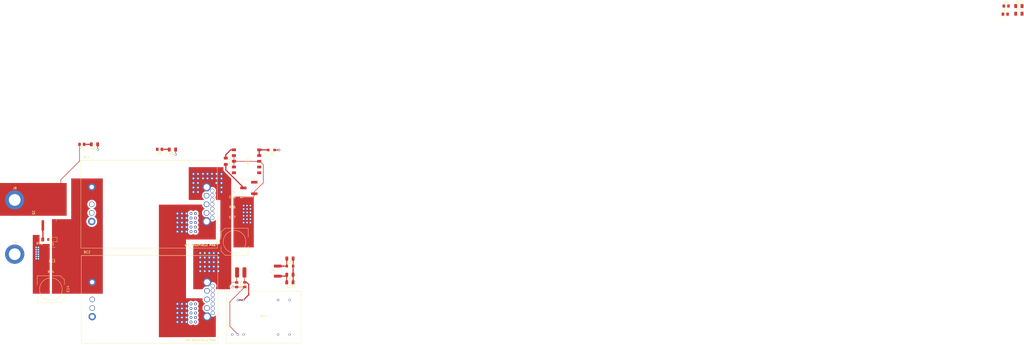
<source format=kicad_pcb>
(kicad_pcb (version 20171130) (host pcbnew "(5.0.0)")

  (general
    (thickness 1.6)
    (drawings 10)
    (tracks 190)
    (zones 0)
    (modules 35)
    (nets 43)
  )

  (page A4)
  (layers
    (0 F.Cu signal)
    (1 In1.Cu power)
    (2 In2.Cu power)
    (31 B.Cu signal)
    (32 B.Adhes user)
    (33 F.Adhes user)
    (34 B.Paste user)
    (35 F.Paste user)
    (36 B.SilkS user)
    (37 F.SilkS user)
    (38 B.Mask user)
    (39 F.Mask user)
    (40 Dwgs.User user)
    (41 Cmts.User user)
    (42 Eco1.User user)
    (43 Eco2.User user)
    (44 Edge.Cuts user)
    (45 Margin user)
    (46 B.CrtYd user)
    (47 F.CrtYd user)
    (48 B.Fab user)
    (49 F.Fab user)
  )

  (setup
    (last_trace_width 0.5)
    (trace_clearance 0.2)
    (zone_clearance 0.508)
    (zone_45_only no)
    (trace_min 0.2)
    (segment_width 0.2)
    (edge_width 0.2)
    (via_size 0.8)
    (via_drill 0.4)
    (via_min_size 0.4)
    (via_min_drill 0.3)
    (uvia_size 0.3)
    (uvia_drill 0.1)
    (uvias_allowed no)
    (uvia_min_size 0.2)
    (uvia_min_drill 0.1)
    (pcb_text_width 0.3)
    (pcb_text_size 1.5 1.5)
    (mod_edge_width 0.15)
    (mod_text_size 1 1)
    (mod_text_width 0.15)
    (pad_size 1.524 1.524)
    (pad_drill 0.762)
    (pad_to_mask_clearance 0.2)
    (aux_axis_origin 0 0)
    (visible_elements 7FFFF7FF)
    (pcbplotparams
      (layerselection 0x010fc_ffffffff)
      (usegerberextensions false)
      (usegerberattributes false)
      (usegerberadvancedattributes false)
      (creategerberjobfile false)
      (excludeedgelayer true)
      (linewidth 0.100000)
      (plotframeref false)
      (viasonmask false)
      (mode 1)
      (useauxorigin false)
      (hpglpennumber 1)
      (hpglpenspeed 20)
      (hpglpendiameter 15.000000)
      (psnegative false)
      (psa4output false)
      (plotreference true)
      (plotvalue true)
      (plotinvisibletext false)
      (padsonsilk false)
      (subtractmaskfromsilk false)
      (outputformat 1)
      (mirror false)
      (drillshape 1)
      (scaleselection 1)
      (outputdirectory ""))
  )

  (net 0 "")
  (net 1 Earth)
  (net 2 /VIN+)
  (net 3 GNDPWR)
  (net 4 "Net-(D1-Pad2)")
  (net 5 +48V)
  (net 6 +12P)
  (net 7 "Net-(BC1-Pad10)")
  (net 8 "Net-(BC1-Pad11)")
  (net 9 "Net-(BC1-Pad12)")
  (net 10 "Net-(BC1-Pad16)")
  (net 11 "Net-(BC1-Pad15)")
  (net 12 "Net-(BC1-Pad14)")
  (net 13 "Net-(BC1-Pad13)")
  (net 14 "Net-(BC1-Pad6)")
  (net 15 "Net-(BC1-Pad7)")
  (net 16 "Net-(BC1-Pad8)")
  (net 17 "Net-(BC1-Pad3)")
  (net 18 "Net-(BC2-Pad3)")
  (net 19 "Net-(BC2-Pad8)")
  (net 20 "Net-(BC2-Pad7)")
  (net 21 "Net-(BC2-Pad6)")
  (net 22 "Net-(BC2-Pad13)")
  (net 23 "Net-(BC2-Pad14)")
  (net 24 "Net-(BC2-Pad15)")
  (net 25 "Net-(BC2-Pad16)")
  (net 26 "Net-(BC2-Pad12)")
  (net 27 "Net-(BC2-Pad11)")
  (net 28 "Net-(BC2-Pad10)")
  (net 29 +5V)
  (net 30 GNDS)
  (net 31 "Net-(D4-Pad1)")
  (net 32 "Net-(D5-Pad1)")
  (net 33 +5VP)
  (net 34 "Net-(D7-Pad1)")
  (net 35 "Net-(BC4-Pad1)")
  (net 36 "Net-(BC4-Pad22)")
  (net 37 5VPI)
  (net 38 "Net-(BC3-Pad4)")
  (net 39 "Net-(D6-Pad1)")
  (net 40 "Net-(BC3-Pad6)")
  (net 41 "Net-(BC4-Pad11)")
  (net 42 "Net-(R45-Pad2)")

  (net_class Default "This is the default net class."
    (clearance 0.2)
    (trace_width 0.5)
    (via_dia 0.8)
    (via_drill 0.4)
    (uvia_dia 0.3)
    (uvia_drill 0.1)
    (add_net +48V)
    (add_net +5V)
    (add_net +5VP)
    (add_net /VIN+)
    (add_net 5VPI)
    (add_net Earth)
    (add_net GNDS)
    (add_net "Net-(BC1-Pad10)")
    (add_net "Net-(BC1-Pad11)")
    (add_net "Net-(BC1-Pad12)")
    (add_net "Net-(BC1-Pad13)")
    (add_net "Net-(BC1-Pad14)")
    (add_net "Net-(BC1-Pad15)")
    (add_net "Net-(BC1-Pad16)")
    (add_net "Net-(BC1-Pad3)")
    (add_net "Net-(BC1-Pad6)")
    (add_net "Net-(BC1-Pad7)")
    (add_net "Net-(BC1-Pad8)")
    (add_net "Net-(BC2-Pad10)")
    (add_net "Net-(BC2-Pad11)")
    (add_net "Net-(BC2-Pad12)")
    (add_net "Net-(BC2-Pad13)")
    (add_net "Net-(BC2-Pad14)")
    (add_net "Net-(BC2-Pad15)")
    (add_net "Net-(BC2-Pad16)")
    (add_net "Net-(BC2-Pad3)")
    (add_net "Net-(BC2-Pad6)")
    (add_net "Net-(BC2-Pad7)")
    (add_net "Net-(BC2-Pad8)")
    (add_net "Net-(BC3-Pad4)")
    (add_net "Net-(BC3-Pad6)")
    (add_net "Net-(BC4-Pad1)")
    (add_net "Net-(BC4-Pad11)")
    (add_net "Net-(BC4-Pad22)")
    (add_net "Net-(D1-Pad2)")
    (add_net "Net-(D4-Pad1)")
    (add_net "Net-(D5-Pad1)")
    (add_net "Net-(D6-Pad1)")
    (add_net "Net-(D7-Pad1)")
    (add_net "Net-(R45-Pad2)")
  )

  (net_class "3 Amp Via" ""
    (clearance 0.2)
    (trace_width 0.5)
    (via_dia 2.032)
    (via_drill 1.016)
    (uvia_dia 0.3)
    (uvia_drill 0.1)
    (add_net +12P)
  )

  (net_class GNDPWR ""
    (clearance 0.2)
    (trace_width 0.5)
    (via_dia 2.032)
    (via_drill 1.016)
    (uvia_dia 0.3)
    (uvia_drill 0.1)
    (add_net GNDPWR)
  )

  (module rov:3269W-1-204GLF (layer F.Cu) (tedit 5B6D1F4A) (tstamp 5C20923A)
    (at -225.2 38.2 90)
    (path /5B7B246A)
    (fp_text reference RV1 (at -0.975001 -6.405001 90) (layer F.SilkS)
      (effects (font (size 1 1) (thickness 0.15)))
    )
    (fp_text value 200k (at 0 -0.5 90) (layer F.Fab)
      (effects (font (size 1 1) (thickness 0.15)))
    )
    (fp_line (start 2 -3) (end 4 -3) (layer F.SilkS) (width 0.15))
    (fp_line (start 4 -3) (end 4 2) (layer F.SilkS) (width 0.15))
    (fp_line (start -2 -3) (end -4 -3) (layer F.SilkS) (width 0.15))
    (fp_line (start -4 -3) (end -4 2) (layer F.SilkS) (width 0.15))
    (fp_line (start -1 3) (end 1 3) (layer F.SilkS) (width 0.15))
    (fp_arc (start -4 -3) (end -4 -3.5) (angle -135) (layer F.SilkS) (width 0.15))
    (fp_line (start -4 -3.5) (end -4.25 -3.75) (layer F.SilkS) (width 0.15))
    (fp_line (start -4 -3.5) (end -4.25 -3.25) (layer F.SilkS) (width 0.15))
    (fp_line (start -4.25 -3.25) (end -4.25 -3.75) (layer F.SilkS) (width 0.15))
    (fp_line (start -4.25 -3.75) (end -4.25 -3.5) (layer F.SilkS) (width 0.15))
    (pad 2 smd rect (at 0 -2.415 90) (size 1.19 2.79) (layers F.Cu F.Paste F.Mask)
      (net 42 "Net-(R45-Pad2)"))
    (pad 1 smd rect (at -2.54 2.415 90) (size 1.19 2.79) (layers F.Cu F.Paste F.Mask)
      (net 3 GNDPWR))
    (pad 3 smd rect (at 2.54 2.415 90) (size 1.19 2.79) (layers F.Cu F.Paste F.Mask)
      (net 42 "Net-(R45-Pad2)"))
    (model C:/Users/zuckera/Dropbox/KICAD_ROV_LIB/rov.3dshapes/3269W.stp
      (offset (xyz 0 2.5 1.5))
      (scale (xyz 1 1 1))
      (rotate (xyz 0 -90 180))
    )
  )

  (module rov:DS_Q48SC12050 (layer F.Cu) (tedit 5B661610) (tstamp 5C209058)
    (at -299 26.5)
    (path /5B611AD7)
    (fp_text reference BC1 (at 2 -2) (layer F.SilkS)
      (effects (font (size 1 1) (thickness 0.15)))
    )
    (fp_text value DS_Q48SC12050NRII (at 6.5 36.75) (layer F.Fab)
      (effects (font (size 1 1) (thickness 0.15)))
    )
    (fp_line (start -0.5 38.3) (end -0.5 -0.5) (layer F.SilkS) (width 0.15))
    (fp_line (start 59.9 38.3) (end -0.5 38.3) (layer F.SilkS) (width 0.15))
    (fp_line (start 59.9 -0.5) (end 59.9 38.3) (layer F.SilkS) (width 0.15))
    (fp_line (start -0.5 -0.5) (end 59.9 -0.5) (layer F.SilkS) (width 0.2))
    (fp_text user "USE RECEPTACLE PINS" (at 52.25 37) (layer F.SilkS)
      (effects (font (size 0.8 0.8) (thickness 0.2)))
    )
    (fp_line (start 0 37.8) (end 0 0) (layer F.Fab) (width 0.2))
    (fp_line (start 59.4 37.8) (end 0 37.8) (layer F.Fab) (width 0.2))
    (fp_line (start 59.4 0) (end 59.4 37.8) (layer F.Fab) (width 0.2))
    (fp_line (start 0 0) (end 59.4 0) (layer F.Fab) (width 0.2))
    (pad 10 thru_hole circle (at 57.64 24.92) (size 1.75 1.75) (drill 1.4) (layers *.Cu *.Mask)
      (net 7 "Net-(BC1-Pad10)"))
    (pad 11 thru_hole circle (at 57.64 22.92) (size 1.75 1.75) (drill 1.4) (layers *.Cu *.Mask)
      (net 8 "Net-(BC1-Pad11)"))
    (pad 12 thru_hole circle (at 57.64 20.92) (size 1.75 1.75) (drill 1.4) (layers *.Cu *.Mask)
      (net 9 "Net-(BC1-Pad12)"))
    (pad 16 thru_hole circle (at 57.64 12.92) (size 1.75 1.75) (drill 1.4) (layers *.Cu *.Mask)
      (net 10 "Net-(BC1-Pad16)"))
    (pad 15 thru_hole circle (at 57.64 14.92) (size 1.75 1.75) (drill 1.4) (layers *.Cu *.Mask)
      (net 11 "Net-(BC1-Pad15)"))
    (pad 14 thru_hole circle (at 57.64 16.92) (size 1.75 1.75) (drill 1.4) (layers *.Cu *.Mask)
      (net 12 "Net-(BC1-Pad14)"))
    (pad 13 thru_hole circle (at 57.64 18.92) (size 1.75 1.75) (drill 1.4) (layers *.Cu *.Mask)
      (net 13 "Net-(BC1-Pad13)"))
    (pad 5 thru_hole circle (at 55.1 26.54) (size 3.75 3.75) (drill 2.59) (layers *.Cu *.Mask)
      (net 3 GNDPWR))
    (pad 6 thru_hole circle (at 55.1 22.73) (size 2.5 2.5) (drill 1.905) (layers *.Cu *.Mask)
      (net 14 "Net-(BC1-Pad6)"))
    (pad 7 thru_hole circle (at 55.1 18.92) (size 2.5 2.5) (drill 1.905) (layers *.Cu *.Mask)
      (net 15 "Net-(BC1-Pad7)"))
    (pad 8 thru_hole circle (at 55.1 15.11) (size 2.5 2.5) (drill 1.905) (layers *.Cu *.Mask)
      (net 16 "Net-(BC1-Pad8)"))
    (pad 9 thru_hole circle (at 55.1 11.3) (size 3.75 3.75) (drill 2.59) (layers *.Cu *.Mask)
      (net 6 +12P))
    (pad 4 thru_hole circle (at 4.3 26.54) (size 3.25 3.25) (drill 1.905) (layers *.Cu *.Mask)
      (net 1 Earth))
    (pad 3 thru_hole circle (at 4.3 22.73) (size 2.4 2.4) (drill 1.905) (layers *.Cu *.Mask)
      (net 17 "Net-(BC1-Pad3)"))
    (pad 2 thru_hole circle (at 4.3 18.92) (size 2.4 2.4) (drill 1.905) (layers *.Cu *.Mask)
      (net 1 Earth))
    (pad 1 thru_hole circle (at 4.3 11.3) (size 3.25 3.25) (drill 1.905) (layers *.Cu *.Mask)
      (net 2 /VIN+))
    (model C:/Users/zuckera/Dropbox/KICAD_ROV_LIB/rov.3dshapes/Q48SC12050_w_pins.STEP
      (offset (xyz 29.71799955368042 -18.92299971580506 1.269999980926514))
      (scale (xyz 1 1 1))
      (rotate (xyz -90 0 0))
    )
  )

  (module rov:DS_Q48SC12050 (layer F.Cu) (tedit 5B661610) (tstamp 5C209075)
    (at -298.8 68.6)
    (path /5B6126FF)
    (fp_text reference BC2 (at 2 -2) (layer F.SilkS)
      (effects (font (size 1 1) (thickness 0.15)))
    )
    (fp_text value DS_Q48SC12050NRII (at 6.5 36.75) (layer F.Fab)
      (effects (font (size 1 1) (thickness 0.15)))
    )
    (fp_line (start 0 0) (end 59.4 0) (layer F.Fab) (width 0.2))
    (fp_line (start 59.4 0) (end 59.4 37.8) (layer F.Fab) (width 0.2))
    (fp_line (start 59.4 37.8) (end 0 37.8) (layer F.Fab) (width 0.2))
    (fp_line (start 0 37.8) (end 0 0) (layer F.Fab) (width 0.2))
    (fp_text user "USE RECEPTACLE PINS" (at 52.25 37) (layer F.SilkS)
      (effects (font (size 0.8 0.8) (thickness 0.2)))
    )
    (fp_line (start -0.5 -0.5) (end 59.9 -0.5) (layer F.SilkS) (width 0.2))
    (fp_line (start 59.9 -0.5) (end 59.9 38.3) (layer F.SilkS) (width 0.15))
    (fp_line (start 59.9 38.3) (end -0.5 38.3) (layer F.SilkS) (width 0.15))
    (fp_line (start -0.5 38.3) (end -0.5 -0.5) (layer F.SilkS) (width 0.15))
    (pad 1 thru_hole circle (at 4.3 11.3) (size 3.25 3.25) (drill 1.905) (layers *.Cu *.Mask)
      (net 2 /VIN+))
    (pad 2 thru_hole circle (at 4.3 18.92) (size 2.4 2.4) (drill 1.905) (layers *.Cu *.Mask)
      (net 1 Earth))
    (pad 3 thru_hole circle (at 4.3 22.73) (size 2.4 2.4) (drill 1.905) (layers *.Cu *.Mask)
      (net 18 "Net-(BC2-Pad3)"))
    (pad 4 thru_hole circle (at 4.3 26.54) (size 3.25 3.25) (drill 1.905) (layers *.Cu *.Mask)
      (net 1 Earth))
    (pad 9 thru_hole circle (at 55.1 11.3) (size 3.75 3.75) (drill 2.59) (layers *.Cu *.Mask)
      (net 6 +12P))
    (pad 8 thru_hole circle (at 55.1 15.11) (size 2.5 2.5) (drill 1.905) (layers *.Cu *.Mask)
      (net 19 "Net-(BC2-Pad8)"))
    (pad 7 thru_hole circle (at 55.1 18.92) (size 2.5 2.5) (drill 1.905) (layers *.Cu *.Mask)
      (net 20 "Net-(BC2-Pad7)"))
    (pad 6 thru_hole circle (at 55.1 22.73) (size 2.5 2.5) (drill 1.905) (layers *.Cu *.Mask)
      (net 21 "Net-(BC2-Pad6)"))
    (pad 5 thru_hole circle (at 55.1 26.54) (size 3.75 3.75) (drill 2.59) (layers *.Cu *.Mask)
      (net 3 GNDPWR))
    (pad 13 thru_hole circle (at 57.64 18.92) (size 1.75 1.75) (drill 1.4) (layers *.Cu *.Mask)
      (net 22 "Net-(BC2-Pad13)"))
    (pad 14 thru_hole circle (at 57.64 16.92) (size 1.75 1.75) (drill 1.4) (layers *.Cu *.Mask)
      (net 23 "Net-(BC2-Pad14)"))
    (pad 15 thru_hole circle (at 57.64 14.92) (size 1.75 1.75) (drill 1.4) (layers *.Cu *.Mask)
      (net 24 "Net-(BC2-Pad15)"))
    (pad 16 thru_hole circle (at 57.64 12.92) (size 1.75 1.75) (drill 1.4) (layers *.Cu *.Mask)
      (net 25 "Net-(BC2-Pad16)"))
    (pad 12 thru_hole circle (at 57.64 20.92) (size 1.75 1.75) (drill 1.4) (layers *.Cu *.Mask)
      (net 26 "Net-(BC2-Pad12)"))
    (pad 11 thru_hole circle (at 57.64 22.92) (size 1.75 1.75) (drill 1.4) (layers *.Cu *.Mask)
      (net 27 "Net-(BC2-Pad11)"))
    (pad 10 thru_hole circle (at 57.64 24.92) (size 1.75 1.75) (drill 1.4) (layers *.Cu *.Mask)
      (net 28 "Net-(BC2-Pad10)"))
    (model C:/Users/zuckera/Dropbox/KICAD_ROV_LIB/rov.3dshapes/Q48SC12050_w_pins.STEP
      (offset (xyz 29.71799955368042 -18.92299971580506 1.269999980926514))
      (scale (xyz 1 1 1))
      (rotate (xyz -90 0 0))
    )
  )

  (module rov:R78AA-1.0 (layer F.Cu) (tedit 5B6D2290) (tstamp 5C209083)
    (at -226.2 26.4 90)
    (path /5B799DD4)
    (fp_text reference BC3 (at 0 0.5 90) (layer F.SilkS)
      (effects (font (size 1 1) (thickness 0.15)))
    )
    (fp_text value R-78AA-1.0 (at 0 -0.5 90) (layer F.Fab)
      (effects (font (size 1 1) (thickness 0.15)))
    )
    (pad 3 smd rect (at 0 5.6 90) (size 1.2 1.8) (layers F.Cu F.Paste F.Mask)
      (net 3 GNDPWR))
    (pad 4 smd rect (at 2.54 5.6 90) (size 1.2 1.8) (layers F.Cu F.Paste F.Mask)
      (net 38 "Net-(BC3-Pad4)"))
    (pad 5 smd rect (at 5.08 5.6 90) (size 1.2 1.8) (layers F.Cu F.Paste F.Mask)
      (net 38 "Net-(BC3-Pad4)"))
    (pad 1 smd rect (at -5.08 5.6 90) (size 1.2 1.8) (layers F.Cu F.Paste F.Mask)
      (net 6 +12P))
    (pad 2 smd rect (at -2.54 5.6 90) (size 1.2 1.8) (layers F.Cu F.Paste F.Mask)
      (net 6 +12P))
    (pad 10 smd rect (at -5.08 -5.6 270) (size 1.2 1.8) (layers F.Cu F.Paste F.Mask)
      (net 6 +12P))
    (pad 9 smd rect (at -2.54 -5.6 270) (size 1.2 1.8) (layers F.Cu F.Paste F.Mask)
      (net 3 GNDPWR))
    (pad 7 smd rect (at 2.54 -5.6 270) (size 1.2 1.8) (layers F.Cu F.Paste F.Mask)
      (net 3 GNDPWR))
    (pad 8 smd rect (at 0 -5.6 270) (size 1.2 1.8) (layers F.Cu F.Paste F.Mask)
      (net 3 GNDPWR))
    (pad 6 smd rect (at 5.08 -5.6 270) (size 1.2 1.8) (layers F.Cu F.Paste F.Mask)
      (net 40 "Net-(BC3-Pad6)"))
    (model C:/Users/zuckera/Dropbox/KICAD_ROV_LIB/rov.3dshapes/r78aa.STEP
      (offset (xyz 0 -4.190999937057495 4.825999927520752))
      (scale (xyz 1 1 1))
      (rotate (xyz 0 0 0))
    )
  )

  (module rov:JTF1524S05 (layer F.Cu) (tedit 5B6D0D3A) (tstamp 5C209094)
    (at -218.8 95.4 180)
    (path /5B708999)
    (fp_text reference BC4 (at -0.194052 0.5 180) (layer F.SilkS)
      (effects (font (size 1 1) (thickness 0.15)))
    )
    (fp_text value JTF1524S05 (at -0.194052 -0.5 180) (layer F.Fab)
      (effects (font (size 1 1) (thickness 0.15)))
    )
    (fp_line (start -16.704052 -11.43) (end -16.704052 11.43) (layer F.SilkS) (width 0.15))
    (fp_line (start -16.704052 11.43) (end 16.315948 11.43) (layer F.SilkS) (width 0.15))
    (fp_line (start 16.315948 11.43) (end 16.315948 -11.43) (layer F.SilkS) (width 0.15))
    (fp_line (start 16.315948 -11.43) (end -16.704052 -11.43) (layer F.SilkS) (width 0.15))
    (pad 2 thru_hole circle (at 11.235948 -7.62 180) (size 1 1) (drill 0.65) (layers *.Cu *.Mask)
      (net 3 GNDPWR))
    (pad 3 thru_hole circle (at 8.695948 -7.62 180) (size 1 1) (drill 0.65) (layers *.Cu *.Mask)
      (net 3 GNDPWR))
    (pad 1 thru_hole circle (at 13.775948 -7.62 180) (size 1 1) (drill 0.65) (layers *.Cu *.Mask)
      (net 35 "Net-(BC4-Pad1)"))
    (pad 11 thru_hole circle (at -11.624052 -7.62 180) (size 1 1) (drill 0.65) (layers *.Cu *.Mask)
      (net 41 "Net-(BC4-Pad11)"))
    (pad 9 thru_hole circle (at -6.544052 -7.62 180) (size 1 1) (drill 0.65) (layers *.Cu *.Mask))
    (pad 14 thru_hole circle (at -11.624052 7.62 180) (size 1 1) (drill 0.65) (layers *.Cu *.Mask)
      (net 29 +5V))
    (pad 16 thru_hole circle (at -6.544052 7.62 180) (size 1 1) (drill 0.65) (layers *.Cu *.Mask)
      (net 30 GNDS))
    (pad 23 thru_hole circle (at 11.235948 7.62 180) (size 1 1) (drill 0.65) (layers *.Cu *.Mask)
      (net 36 "Net-(BC4-Pad22)"))
    (pad 22 thru_hole circle (at 8.695948 7.62 180) (size 1 1) (drill 0.65) (layers *.Cu *.Mask)
      (net 36 "Net-(BC4-Pad22)"))
    (model C:/Users/zuckera/Dropbox/KICAD_ROV_LIB/rov.3dshapes/JTF1524S05.STEP
      (at (xyz 0 0 0))
      (scale (xyz 1 1 1))
      (rotate (xyz -90 0 180))
    )
  )

  (module rov:C_2220_SMD (layer F.Cu) (tedit 5C1F1B42) (tstamp 5C2090A5)
    (at -312.3 67 180)
    (descr "Capacitor SMD 2220 (5650 Metric), square (rectangular) end terminal, IPC_7351 nominal with elongated pad for handsoldering. (Body size from: http://datasheets.avx.com/AVX-HV_MLCC.pdf), generated with kicad-footprint-generator")
    (tags "capacitor handsolder")
    (path /5B61C10C)
    (attr smd)
    (fp_text reference C13 (at 0 -3.65 180) (layer F.SilkS)
      (effects (font (size 1 1) (thickness 0.15)))
    )
    (fp_text value 10uF (at 0 3.65 180) (layer F.Fab)
      (effects (font (size 1 1) (thickness 0.15)))
    )
    (fp_line (start -2.85 2.5) (end -2.85 -2.5) (layer F.Fab) (width 0.1))
    (fp_line (start -2.85 -2.5) (end 2.85 -2.5) (layer F.Fab) (width 0.1))
    (fp_line (start 2.85 -2.5) (end 2.85 2.5) (layer F.Fab) (width 0.1))
    (fp_line (start 2.85 2.5) (end -2.85 2.5) (layer F.Fab) (width 0.1))
    (fp_line (start -1.415748 -2.61) (end 1.415748 -2.61) (layer F.SilkS) (width 0.12))
    (fp_line (start -1.415748 2.61) (end 1.415748 2.61) (layer F.SilkS) (width 0.12))
    (fp_line (start -3.88 2.95) (end -3.88 -2.95) (layer F.CrtYd) (width 0.05))
    (fp_line (start -3.88 -2.95) (end 3.88 -2.95) (layer F.CrtYd) (width 0.05))
    (fp_line (start 3.88 -2.95) (end 3.88 2.95) (layer F.CrtYd) (width 0.05))
    (fp_line (start 3.88 2.95) (end -3.88 2.95) (layer F.CrtYd) (width 0.05))
    (fp_text user %R (at 0 0 180) (layer F.Fab)
      (effects (font (size 1 1) (thickness 0.15)))
    )
    (pad 1 smd roundrect (at -2.6375 0 180) (size 1.975 5.4) (layers F.Cu F.Paste F.Mask) (roundrect_rratio 0.126582)
      (net 2 /VIN+))
    (pad 2 smd roundrect (at 2.6375 0 180) (size 1.975 5.4) (layers F.Cu F.Paste F.Mask) (roundrect_rratio 0.126582)
      (net 1 Earth))
    (model ${KISYS3DMOD}/Capacitor_SMD.3dshapes/C_2220_5650Metric.wrl
      (at (xyz 0 0 0))
      (scale (xyz 1 1 1))
      (rotate (xyz 0 0 0))
    )
  )

  (module rov:PCR1J101MCL1GS (layer F.Cu) (tedit 5B660861) (tstamp 5C2090BB)
    (at -312.8 83 270)
    (path /5B611DC6)
    (fp_text reference C14 (at -0.1 -7.6 270) (layer F.SilkS)
      (effects (font (size 1 1) (thickness 0.15)))
    )
    (fp_text value 100uF (at 0 7.7 270) (layer F.Fab)
      (effects (font (size 1 1) (thickness 0.15)))
    )
    (fp_line (start 4.3 -6) (end 4.1 -6) (layer F.SilkS) (width 0.15))
    (fp_line (start 6 -4.2) (end 4.3 -6) (layer F.SilkS) (width 0.15))
    (fp_line (start -4.2 -6) (end -2 -6) (layer F.SilkS) (width 0.15))
    (fp_line (start -6 -4.2) (end -4.2 -6) (layer F.SilkS) (width 0.15))
    (fp_line (start -5.15 -4.45) (end -4.45 -5.15) (layer F.Fab) (width 0.15))
    (fp_line (start 5.15 -4.45) (end 4.45 -5.15) (layer F.Fab) (width 0.15))
    (fp_line (start 4.1 -6) (end 2 -6) (layer F.SilkS) (width 0.15))
    (fp_line (start 6 6) (end 6 -4.2) (layer F.SilkS) (width 0.15))
    (fp_line (start 2 6) (end 6 6) (layer F.SilkS) (width 0.15))
    (fp_line (start -6 6) (end -2 6) (layer F.SilkS) (width 0.15))
    (fp_line (start -6 -4.2) (end -6 6) (layer F.SilkS) (width 0.15))
    (fp_line (start 4.45 -5.15) (end -4.45 -5.15) (layer F.Fab) (width 0.15))
    (fp_line (start 5.15 5.15) (end 5.15 -4.45) (layer F.Fab) (width 0.15))
    (fp_line (start -5.15 5.15) (end 5.15 5.15) (layer F.Fab) (width 0.15))
    (fp_line (start -5.15 -4.45) (end -5.15 5.15) (layer F.Fab) (width 0.15))
    (fp_circle (center 0 0) (end 5 0) (layer F.SilkS) (width 0.15))
    (pad 2 smd rect (at 0 4.35 90) (size 1.9 4.4) (layers F.Cu F.Paste F.Mask)
      (net 1 Earth))
    (pad 1 smd rect (at 0 -4.35 270) (size 1.9 4.4) (layers F.Cu F.Paste F.Mask)
      (net 2 /VIN+))
    (model ${KISYS3DMOD}/Capacitor_SMD.3dshapes/CP_Elec_10x10.step
      (at (xyz 0 0 0))
      (scale (xyz 1 1 1))
      (rotate (xyz 0 0 90))
    )
  )

  (module rov:PCR1J101MCL1GS (layer F.Cu) (tedit 5B660861) (tstamp 5C2090D1)
    (at -231.5 62 90)
    (path /5B63B2B5)
    (fp_text reference C15 (at -0.1 -7.6 90) (layer F.SilkS)
      (effects (font (size 1 1) (thickness 0.15)))
    )
    (fp_text value 330uF (at 0 7.7 90) (layer F.Fab)
      (effects (font (size 1 1) (thickness 0.15)))
    )
    (fp_circle (center 0 0) (end 5 0) (layer F.SilkS) (width 0.15))
    (fp_line (start -5.15 -4.45) (end -5.15 5.15) (layer F.Fab) (width 0.15))
    (fp_line (start -5.15 5.15) (end 5.15 5.15) (layer F.Fab) (width 0.15))
    (fp_line (start 5.15 5.15) (end 5.15 -4.45) (layer F.Fab) (width 0.15))
    (fp_line (start 4.45 -5.15) (end -4.45 -5.15) (layer F.Fab) (width 0.15))
    (fp_line (start -6 -4.2) (end -6 6) (layer F.SilkS) (width 0.15))
    (fp_line (start -6 6) (end -2 6) (layer F.SilkS) (width 0.15))
    (fp_line (start 2 6) (end 6 6) (layer F.SilkS) (width 0.15))
    (fp_line (start 6 6) (end 6 -4.2) (layer F.SilkS) (width 0.15))
    (fp_line (start 4.1 -6) (end 2 -6) (layer F.SilkS) (width 0.15))
    (fp_line (start 5.15 -4.45) (end 4.45 -5.15) (layer F.Fab) (width 0.15))
    (fp_line (start -5.15 -4.45) (end -4.45 -5.15) (layer F.Fab) (width 0.15))
    (fp_line (start -6 -4.2) (end -4.2 -6) (layer F.SilkS) (width 0.15))
    (fp_line (start -4.2 -6) (end -2 -6) (layer F.SilkS) (width 0.15))
    (fp_line (start 6 -4.2) (end 4.3 -6) (layer F.SilkS) (width 0.15))
    (fp_line (start 4.3 -6) (end 4.1 -6) (layer F.SilkS) (width 0.15))
    (pad 1 smd rect (at 0 -4.35 90) (size 1.9 4.4) (layers F.Cu F.Paste F.Mask)
      (net 6 +12P))
    (pad 2 smd rect (at 0 4.35 270) (size 1.9 4.4) (layers F.Cu F.Paste F.Mask)
      (net 3 GNDPWR))
    (model ${KISYS3DMOD}/Capacitor_SMD.3dshapes/CP_Elec_10x10.step
      (at (xyz 0 0 0))
      (scale (xyz 1 1 1))
      (rotate (xyz 0 0 90))
    )
  )

  (module rov:C_1206_SMD (layer F.Cu) (tedit 5C1F17AB) (tstamp 5C2090E2)
    (at -232.5 44)
    (descr "Capacitor SMD 1206 (3216 Metric), square (rectangular) end terminal, IPC_7351 nominal, (Body size source: http://www.tortai-tech.com/upload/download/2011102023233369053.pdf), generated with kicad-footprint-generator")
    (tags capacitor)
    (path /5B61F11B)
    (attr smd)
    (fp_text reference C16 (at 0 -1.82) (layer F.SilkS)
      (effects (font (size 1 1) (thickness 0.15)))
    )
    (fp_text value 10uF (at 0 1.82) (layer F.Fab)
      (effects (font (size 1 1) (thickness 0.15)))
    )
    (fp_line (start -1.6 0.8) (end -1.6 -0.8) (layer F.Fab) (width 0.1))
    (fp_line (start -1.6 -0.8) (end 1.6 -0.8) (layer F.Fab) (width 0.1))
    (fp_line (start 1.6 -0.8) (end 1.6 0.8) (layer F.Fab) (width 0.1))
    (fp_line (start 1.6 0.8) (end -1.6 0.8) (layer F.Fab) (width 0.1))
    (fp_line (start -0.602064 -0.91) (end 0.602064 -0.91) (layer F.SilkS) (width 0.12))
    (fp_line (start -0.602064 0.91) (end 0.602064 0.91) (layer F.SilkS) (width 0.12))
    (fp_line (start -2.28 1.12) (end -2.28 -1.12) (layer F.CrtYd) (width 0.05))
    (fp_line (start -2.28 -1.12) (end 2.28 -1.12) (layer F.CrtYd) (width 0.05))
    (fp_line (start 2.28 -1.12) (end 2.28 1.12) (layer F.CrtYd) (width 0.05))
    (fp_line (start 2.28 1.12) (end -2.28 1.12) (layer F.CrtYd) (width 0.05))
    (fp_text user %R (at 0 0) (layer F.Fab)
      (effects (font (size 0.8 0.8) (thickness 0.12)))
    )
    (pad 1 smd roundrect (at -1.4 0) (size 1.25 1.75) (layers F.Cu F.Paste F.Mask) (roundrect_rratio 0.2)
      (net 6 +12P))
    (pad 2 smd roundrect (at 1.4 0) (size 1.25 1.75) (layers F.Cu F.Paste F.Mask) (roundrect_rratio 0.2)
      (net 3 GNDPWR))
    (model ${KISYS3DMOD}/Capacitor_SMD.3dshapes/C_1206_3216Metric.wrl
      (at (xyz 0 0 0))
      (scale (xyz 1 1 1))
      (rotate (xyz 0 0 0))
    )
  )

  (module rov:C_1206_SMD (layer F.Cu) (tedit 5C1F17AB) (tstamp 5C2090F3)
    (at -232.5 53)
    (descr "Capacitor SMD 1206 (3216 Metric), square (rectangular) end terminal, IPC_7351 nominal, (Body size source: http://www.tortai-tech.com/upload/download/2011102023233369053.pdf), generated with kicad-footprint-generator")
    (tags capacitor)
    (path /5B620E65)
    (attr smd)
    (fp_text reference C17 (at 0 -1.82) (layer F.SilkS)
      (effects (font (size 1 1) (thickness 0.15)))
    )
    (fp_text value 1uF (at 0 1.82) (layer F.Fab)
      (effects (font (size 1 1) (thickness 0.15)))
    )
    (fp_text user %R (at 0 0) (layer F.Fab)
      (effects (font (size 0.8 0.8) (thickness 0.12)))
    )
    (fp_line (start 2.28 1.12) (end -2.28 1.12) (layer F.CrtYd) (width 0.05))
    (fp_line (start 2.28 -1.12) (end 2.28 1.12) (layer F.CrtYd) (width 0.05))
    (fp_line (start -2.28 -1.12) (end 2.28 -1.12) (layer F.CrtYd) (width 0.05))
    (fp_line (start -2.28 1.12) (end -2.28 -1.12) (layer F.CrtYd) (width 0.05))
    (fp_line (start -0.602064 0.91) (end 0.602064 0.91) (layer F.SilkS) (width 0.12))
    (fp_line (start -0.602064 -0.91) (end 0.602064 -0.91) (layer F.SilkS) (width 0.12))
    (fp_line (start 1.6 0.8) (end -1.6 0.8) (layer F.Fab) (width 0.1))
    (fp_line (start 1.6 -0.8) (end 1.6 0.8) (layer F.Fab) (width 0.1))
    (fp_line (start -1.6 -0.8) (end 1.6 -0.8) (layer F.Fab) (width 0.1))
    (fp_line (start -1.6 0.8) (end -1.6 -0.8) (layer F.Fab) (width 0.1))
    (pad 2 smd roundrect (at 1.4 0) (size 1.25 1.75) (layers F.Cu F.Paste F.Mask) (roundrect_rratio 0.2)
      (net 3 GNDPWR))
    (pad 1 smd roundrect (at -1.4 0) (size 1.25 1.75) (layers F.Cu F.Paste F.Mask) (roundrect_rratio 0.2)
      (net 6 +12P))
    (model ${KISYS3DMOD}/Capacitor_SMD.3dshapes/C_1206_3216Metric.wrl
      (at (xyz 0 0 0))
      (scale (xyz 1 1 1))
      (rotate (xyz 0 0 0))
    )
  )

  (module rov:C_0805_SMD (layer F.Cu) (tedit 5C1F178F) (tstamp 5C209104)
    (at -230.576347 81.003973 90)
    (descr "Capacitor SMD 0805 (2012 Metric), square (rectangular) end terminal, IPC_7351 nominal with elongated pad for handsoldering. (Body size source: https://docs.google.com/spreadsheets/d/1BsfQQcO9C6DZCsRaXUlFlo91Tg2WpOkGARC1WS5S8t0/edit?usp=sharing), generated with kicad-footprint-generator")
    (tags "capacitor handsolder")
    (path /5B729A16)
    (attr smd)
    (fp_text reference C18 (at 0 -1.65 90) (layer F.SilkS)
      (effects (font (size 1 1) (thickness 0.15)))
    )
    (fp_text value 2.2uF (at 0 1.65 90) (layer F.Fab)
      (effects (font (size 1 1) (thickness 0.15)))
    )
    (fp_text user %R (at 0 0 90) (layer F.Fab)
      (effects (font (size 0.5 0.5) (thickness 0.08)))
    )
    (fp_line (start 1.85 0.95) (end -1.85 0.95) (layer F.CrtYd) (width 0.05))
    (fp_line (start 1.85 -0.95) (end 1.85 0.95) (layer F.CrtYd) (width 0.05))
    (fp_line (start -1.85 -0.95) (end 1.85 -0.95) (layer F.CrtYd) (width 0.05))
    (fp_line (start -1.85 0.95) (end -1.85 -0.95) (layer F.CrtYd) (width 0.05))
    (fp_line (start -0.261252 0.71) (end 0.261252 0.71) (layer F.SilkS) (width 0.12))
    (fp_line (start -0.261252 -0.71) (end 0.261252 -0.71) (layer F.SilkS) (width 0.12))
    (fp_line (start 1 0.6) (end -1 0.6) (layer F.Fab) (width 0.1))
    (fp_line (start 1 -0.6) (end 1 0.6) (layer F.Fab) (width 0.1))
    (fp_line (start -1 -0.6) (end 1 -0.6) (layer F.Fab) (width 0.1))
    (fp_line (start -1 0.6) (end -1 -0.6) (layer F.Fab) (width 0.1))
    (pad 2 smd roundrect (at 1.025 0 90) (size 1.15 1.4) (layers F.Cu F.Paste F.Mask) (roundrect_rratio 0.217391)
      (net 6 +12P))
    (pad 1 smd roundrect (at -1.025 0 90) (size 1.15 1.4) (layers F.Cu F.Paste F.Mask) (roundrect_rratio 0.217391)
      (net 3 GNDPWR))
    (model ${KISYS3DMOD}/Capacitor_SMD.3dshapes/C_0805_2012Metric.wrl
      (at (xyz 0 0 0))
      (scale (xyz 1 1 1))
      (rotate (xyz 0 0 0))
    )
  )

  (module rov:C_0805_SMD (layer F.Cu) (tedit 5C1F178F) (tstamp 5C209115)
    (at -226.976347 80.978973 90)
    (descr "Capacitor SMD 0805 (2012 Metric), square (rectangular) end terminal, IPC_7351 nominal with elongated pad for handsoldering. (Body size source: https://docs.google.com/spreadsheets/d/1BsfQQcO9C6DZCsRaXUlFlo91Tg2WpOkGARC1WS5S8t0/edit?usp=sharing), generated with kicad-footprint-generator")
    (tags "capacitor handsolder")
    (path /5B729908)
    (attr smd)
    (fp_text reference C19 (at 0 -1.65 90) (layer F.SilkS)
      (effects (font (size 1 1) (thickness 0.15)))
    )
    (fp_text value 2.2uF (at 0 1.65 90) (layer F.Fab)
      (effects (font (size 1 1) (thickness 0.15)))
    )
    (fp_line (start -1 0.6) (end -1 -0.6) (layer F.Fab) (width 0.1))
    (fp_line (start -1 -0.6) (end 1 -0.6) (layer F.Fab) (width 0.1))
    (fp_line (start 1 -0.6) (end 1 0.6) (layer F.Fab) (width 0.1))
    (fp_line (start 1 0.6) (end -1 0.6) (layer F.Fab) (width 0.1))
    (fp_line (start -0.261252 -0.71) (end 0.261252 -0.71) (layer F.SilkS) (width 0.12))
    (fp_line (start -0.261252 0.71) (end 0.261252 0.71) (layer F.SilkS) (width 0.12))
    (fp_line (start -1.85 0.95) (end -1.85 -0.95) (layer F.CrtYd) (width 0.05))
    (fp_line (start -1.85 -0.95) (end 1.85 -0.95) (layer F.CrtYd) (width 0.05))
    (fp_line (start 1.85 -0.95) (end 1.85 0.95) (layer F.CrtYd) (width 0.05))
    (fp_line (start 1.85 0.95) (end -1.85 0.95) (layer F.CrtYd) (width 0.05))
    (fp_text user %R (at 0 0 90) (layer F.Fab)
      (effects (font (size 0.5 0.5) (thickness 0.08)))
    )
    (pad 1 smd roundrect (at -1.025 0 90) (size 1.15 1.4) (layers F.Cu F.Paste F.Mask) (roundrect_rratio 0.217391)
      (net 3 GNDPWR))
    (pad 2 smd roundrect (at 1.025 0 90) (size 1.15 1.4) (layers F.Cu F.Paste F.Mask) (roundrect_rratio 0.217391)
      (net 36 "Net-(BC4-Pad22)"))
    (model ${KISYS3DMOD}/Capacitor_SMD.3dshapes/C_0805_2012Metric.wrl
      (at (xyz 0 0 0))
      (scale (xyz 1 1 1))
      (rotate (xyz 0 0 0))
    )
  )

  (module rov:C_1206_SMD (layer F.Cu) (tedit 5C1F17AB) (tstamp 5C209126)
    (at -207.028327 76.5856 180)
    (descr "Capacitor SMD 1206 (3216 Metric), square (rectangular) end terminal, IPC_7351 nominal, (Body size source: http://www.tortai-tech.com/upload/download/2011102023233369053.pdf), generated with kicad-footprint-generator")
    (tags capacitor)
    (path /5B6A50E1)
    (attr smd)
    (fp_text reference C22 (at 0 -1.82 180) (layer F.SilkS)
      (effects (font (size 1 1) (thickness 0.15)))
    )
    (fp_text value 10uF (at 0 1.82 180) (layer F.Fab)
      (effects (font (size 1 1) (thickness 0.15)))
    )
    (fp_line (start -1.6 0.8) (end -1.6 -0.8) (layer F.Fab) (width 0.1))
    (fp_line (start -1.6 -0.8) (end 1.6 -0.8) (layer F.Fab) (width 0.1))
    (fp_line (start 1.6 -0.8) (end 1.6 0.8) (layer F.Fab) (width 0.1))
    (fp_line (start 1.6 0.8) (end -1.6 0.8) (layer F.Fab) (width 0.1))
    (fp_line (start -0.602064 -0.91) (end 0.602064 -0.91) (layer F.SilkS) (width 0.12))
    (fp_line (start -0.602064 0.91) (end 0.602064 0.91) (layer F.SilkS) (width 0.12))
    (fp_line (start -2.28 1.12) (end -2.28 -1.12) (layer F.CrtYd) (width 0.05))
    (fp_line (start -2.28 -1.12) (end 2.28 -1.12) (layer F.CrtYd) (width 0.05))
    (fp_line (start 2.28 -1.12) (end 2.28 1.12) (layer F.CrtYd) (width 0.05))
    (fp_line (start 2.28 1.12) (end -2.28 1.12) (layer F.CrtYd) (width 0.05))
    (fp_text user %R (at 0 0 180) (layer F.Fab)
      (effects (font (size 0.8 0.8) (thickness 0.12)))
    )
    (pad 1 smd roundrect (at -1.4 0 180) (size 1.25 1.75) (layers F.Cu F.Paste F.Mask) (roundrect_rratio 0.2)
      (net 30 GNDS))
    (pad 2 smd roundrect (at 1.4 0 180) (size 1.25 1.75) (layers F.Cu F.Paste F.Mask) (roundrect_rratio 0.2)
      (net 29 +5V))
    (model ${KISYS3DMOD}/Capacitor_SMD.3dshapes/C_1206_3216Metric.wrl
      (at (xyz 0 0 0))
      (scale (xyz 1 1 1))
      (rotate (xyz 0 0 0))
    )
  )

  (module rov:C_1206_SMD (layer F.Cu) (tedit 5C1F17AB) (tstamp 5C209137)
    (at -207.028327 79.9856 180)
    (descr "Capacitor SMD 1206 (3216 Metric), square (rectangular) end terminal, IPC_7351 nominal, (Body size source: http://www.tortai-tech.com/upload/download/2011102023233369053.pdf), generated with kicad-footprint-generator")
    (tags capacitor)
    (path /5B6A532A)
    (attr smd)
    (fp_text reference C23 (at 0 -1.82 180) (layer F.SilkS)
      (effects (font (size 1 1) (thickness 0.15)))
    )
    (fp_text value 1uF (at 0 1.82 180) (layer F.Fab)
      (effects (font (size 1 1) (thickness 0.15)))
    )
    (fp_line (start -1.6 0.8) (end -1.6 -0.8) (layer F.Fab) (width 0.1))
    (fp_line (start -1.6 -0.8) (end 1.6 -0.8) (layer F.Fab) (width 0.1))
    (fp_line (start 1.6 -0.8) (end 1.6 0.8) (layer F.Fab) (width 0.1))
    (fp_line (start 1.6 0.8) (end -1.6 0.8) (layer F.Fab) (width 0.1))
    (fp_line (start -0.602064 -0.91) (end 0.602064 -0.91) (layer F.SilkS) (width 0.12))
    (fp_line (start -0.602064 0.91) (end 0.602064 0.91) (layer F.SilkS) (width 0.12))
    (fp_line (start -2.28 1.12) (end -2.28 -1.12) (layer F.CrtYd) (width 0.05))
    (fp_line (start -2.28 -1.12) (end 2.28 -1.12) (layer F.CrtYd) (width 0.05))
    (fp_line (start 2.28 -1.12) (end 2.28 1.12) (layer F.CrtYd) (width 0.05))
    (fp_line (start 2.28 1.12) (end -2.28 1.12) (layer F.CrtYd) (width 0.05))
    (fp_text user %R (at 0 0 180) (layer F.Fab)
      (effects (font (size 0.8 0.8) (thickness 0.12)))
    )
    (pad 1 smd roundrect (at -1.4 0 180) (size 1.25 1.75) (layers F.Cu F.Paste F.Mask) (roundrect_rratio 0.2)
      (net 30 GNDS))
    (pad 2 smd roundrect (at 1.4 0 180) (size 1.25 1.75) (layers F.Cu F.Paste F.Mask) (roundrect_rratio 0.2)
      (net 29 +5V))
    (model ${KISYS3DMOD}/Capacitor_SMD.3dshapes/C_1206_3216Metric.wrl
      (at (xyz 0 0 0))
      (scale (xyz 1 1 1))
      (rotate (xyz 0 0 0))
    )
  )

  (module rov:C_1206_SMD (layer F.Cu) (tedit 5C1F17AB) (tstamp 5C209148)
    (at -207 69.4 180)
    (descr "Capacitor SMD 1206 (3216 Metric), square (rectangular) end terminal, IPC_7351 nominal, (Body size source: http://www.tortai-tech.com/upload/download/2011102023233369053.pdf), generated with kicad-footprint-generator")
    (tags capacitor)
    (path /5B74C7DB)
    (attr smd)
    (fp_text reference C28 (at 0 -1.82 180) (layer F.SilkS)
      (effects (font (size 1 1) (thickness 0.15)))
    )
    (fp_text value 47uF (at 0 1.82 180) (layer F.Fab)
      (effects (font (size 1 1) (thickness 0.15)))
    )
    (fp_text user %R (at 0 0 180) (layer F.Fab)
      (effects (font (size 0.8 0.8) (thickness 0.12)))
    )
    (fp_line (start 2.28 1.12) (end -2.28 1.12) (layer F.CrtYd) (width 0.05))
    (fp_line (start 2.28 -1.12) (end 2.28 1.12) (layer F.CrtYd) (width 0.05))
    (fp_line (start -2.28 -1.12) (end 2.28 -1.12) (layer F.CrtYd) (width 0.05))
    (fp_line (start -2.28 1.12) (end -2.28 -1.12) (layer F.CrtYd) (width 0.05))
    (fp_line (start -0.602064 0.91) (end 0.602064 0.91) (layer F.SilkS) (width 0.12))
    (fp_line (start -0.602064 -0.91) (end 0.602064 -0.91) (layer F.SilkS) (width 0.12))
    (fp_line (start 1.6 0.8) (end -1.6 0.8) (layer F.Fab) (width 0.1))
    (fp_line (start 1.6 -0.8) (end 1.6 0.8) (layer F.Fab) (width 0.1))
    (fp_line (start -1.6 -0.8) (end 1.6 -0.8) (layer F.Fab) (width 0.1))
    (fp_line (start -1.6 0.8) (end -1.6 -0.8) (layer F.Fab) (width 0.1))
    (pad 2 smd roundrect (at 1.4 0 180) (size 1.25 1.75) (layers F.Cu F.Paste F.Mask) (roundrect_rratio 0.2)
      (net 37 5VPI))
    (pad 1 smd roundrect (at -1.4 0 180) (size 1.25 1.75) (layers F.Cu F.Paste F.Mask) (roundrect_rratio 0.2)
      (net 30 GNDS))
    (model ${KISYS3DMOD}/Capacitor_SMD.3dshapes/C_1206_3216Metric.wrl
      (at (xyz 0 0 0))
      (scale (xyz 1 1 1))
      (rotate (xyz 0 0 0))
    )
  )

  (module Diode_SMD:D_SOD-123 (layer F.Cu) (tedit 58645DC7) (tstamp 5C209161)
    (at -312.3 61 180)
    (descr SOD-123)
    (tags SOD-123)
    (path /5B63225A)
    (attr smd)
    (fp_text reference D1 (at 0 -2 180) (layer F.SilkS)
      (effects (font (size 1 1) (thickness 0.15)))
    )
    (fp_text value 12V (at 0 2.1 180) (layer F.Fab)
      (effects (font (size 1 1) (thickness 0.15)))
    )
    (fp_text user %R (at 0 -2 180) (layer F.Fab)
      (effects (font (size 1 1) (thickness 0.15)))
    )
    (fp_line (start -2.25 -1) (end -2.25 1) (layer F.SilkS) (width 0.12))
    (fp_line (start 0.25 0) (end 0.75 0) (layer F.Fab) (width 0.1))
    (fp_line (start 0.25 0.4) (end -0.35 0) (layer F.Fab) (width 0.1))
    (fp_line (start 0.25 -0.4) (end 0.25 0.4) (layer F.Fab) (width 0.1))
    (fp_line (start -0.35 0) (end 0.25 -0.4) (layer F.Fab) (width 0.1))
    (fp_line (start -0.35 0) (end -0.35 0.55) (layer F.Fab) (width 0.1))
    (fp_line (start -0.35 0) (end -0.35 -0.55) (layer F.Fab) (width 0.1))
    (fp_line (start -0.75 0) (end -0.35 0) (layer F.Fab) (width 0.1))
    (fp_line (start -1.4 0.9) (end -1.4 -0.9) (layer F.Fab) (width 0.1))
    (fp_line (start 1.4 0.9) (end -1.4 0.9) (layer F.Fab) (width 0.1))
    (fp_line (start 1.4 -0.9) (end 1.4 0.9) (layer F.Fab) (width 0.1))
    (fp_line (start -1.4 -0.9) (end 1.4 -0.9) (layer F.Fab) (width 0.1))
    (fp_line (start -2.35 -1.15) (end 2.35 -1.15) (layer F.CrtYd) (width 0.05))
    (fp_line (start 2.35 -1.15) (end 2.35 1.15) (layer F.CrtYd) (width 0.05))
    (fp_line (start 2.35 1.15) (end -2.35 1.15) (layer F.CrtYd) (width 0.05))
    (fp_line (start -2.35 -1.15) (end -2.35 1.15) (layer F.CrtYd) (width 0.05))
    (fp_line (start -2.25 1) (end 1.65 1) (layer F.SilkS) (width 0.12))
    (fp_line (start -2.25 -1) (end 1.65 -1) (layer F.SilkS) (width 0.12))
    (pad 1 smd rect (at -1.65 0 180) (size 0.9 1.2) (layers F.Cu F.Paste F.Mask)
      (net 2 /VIN+))
    (pad 2 smd rect (at 1.65 0 180) (size 0.9 1.2) (layers F.Cu F.Paste F.Mask)
      (net 4 "Net-(D1-Pad2)"))
    (model ${KISYS3DMOD}/Diode_SMD.3dshapes/D_SOD-123.wrl
      (at (xyz 0 0 0))
      (scale (xyz 1 1 1))
      (rotate (xyz 0 0 0))
    )
  )

  (module LED_SMD:LED_0805_2012Metric_Pad1.15x1.40mm_HandSolder (layer F.Cu) (tedit 5B4B45C9) (tstamp 5C209174)
    (at -299.1 18.9 180)
    (descr "LED SMD 0805 (2012 Metric), square (rectangular) end terminal, IPC_7351 nominal, (Body size source: https://docs.google.com/spreadsheets/d/1BsfQQcO9C6DZCsRaXUlFlo91Tg2WpOkGARC1WS5S8t0/edit?usp=sharing), generated with kicad-footprint-generator")
    (tags "LED handsolder")
    (path /5B7863DF)
    (attr smd)
    (fp_text reference D4 (at 0 -1.65 180) (layer F.SilkS)
      (effects (font (size 1 1) (thickness 0.15)))
    )
    (fp_text value LED (at 0 1.65 180) (layer F.Fab)
      (effects (font (size 1 1) (thickness 0.15)))
    )
    (fp_text user %R (at 0 0 180) (layer F.Fab)
      (effects (font (size 0.5 0.5) (thickness 0.08)))
    )
    (fp_line (start 1.85 0.95) (end -1.85 0.95) (layer F.CrtYd) (width 0.05))
    (fp_line (start 1.85 -0.95) (end 1.85 0.95) (layer F.CrtYd) (width 0.05))
    (fp_line (start -1.85 -0.95) (end 1.85 -0.95) (layer F.CrtYd) (width 0.05))
    (fp_line (start -1.85 0.95) (end -1.85 -0.95) (layer F.CrtYd) (width 0.05))
    (fp_line (start -1.86 0.96) (end 1 0.96) (layer F.SilkS) (width 0.12))
    (fp_line (start -1.86 -0.96) (end -1.86 0.96) (layer F.SilkS) (width 0.12))
    (fp_line (start 1 -0.96) (end -1.86 -0.96) (layer F.SilkS) (width 0.12))
    (fp_line (start 1 0.6) (end 1 -0.6) (layer F.Fab) (width 0.1))
    (fp_line (start -1 0.6) (end 1 0.6) (layer F.Fab) (width 0.1))
    (fp_line (start -1 -0.3) (end -1 0.6) (layer F.Fab) (width 0.1))
    (fp_line (start -0.7 -0.6) (end -1 -0.3) (layer F.Fab) (width 0.1))
    (fp_line (start 1 -0.6) (end -0.7 -0.6) (layer F.Fab) (width 0.1))
    (pad 2 smd roundrect (at 1.025 0 180) (size 1.15 1.4) (layers F.Cu F.Paste F.Mask) (roundrect_rratio 0.217391)
      (net 5 +48V))
    (pad 1 smd roundrect (at -1.025 0 180) (size 1.15 1.4) (layers F.Cu F.Paste F.Mask) (roundrect_rratio 0.217391)
      (net 31 "Net-(D4-Pad1)"))
    (model ${KISYS3DMOD}/LED_SMD.3dshapes/LED_0805_2012Metric.wrl
      (at (xyz 0 0 0))
      (scale (xyz 1 1 1))
      (rotate (xyz 0 0 0))
    )
  )

  (module LED_SMD:LED_0805_2012Metric_Pad1.15x1.40mm_HandSolder (layer F.Cu) (tedit 5B4B45C9) (tstamp 5C209187)
    (at -264.7 21.1 180)
    (descr "LED SMD 0805 (2012 Metric), square (rectangular) end terminal, IPC_7351 nominal, (Body size source: https://docs.google.com/spreadsheets/d/1BsfQQcO9C6DZCsRaXUlFlo91Tg2WpOkGARC1WS5S8t0/edit?usp=sharing), generated with kicad-footprint-generator")
    (tags "LED handsolder")
    (path /5B63E94A)
    (attr smd)
    (fp_text reference D5 (at 0 -1.65 180) (layer F.SilkS)
      (effects (font (size 1 1) (thickness 0.15)))
    )
    (fp_text value LED (at 0 1.65 180) (layer F.Fab)
      (effects (font (size 1 1) (thickness 0.15)))
    )
    (fp_line (start 1 -0.6) (end -0.7 -0.6) (layer F.Fab) (width 0.1))
    (fp_line (start -0.7 -0.6) (end -1 -0.3) (layer F.Fab) (width 0.1))
    (fp_line (start -1 -0.3) (end -1 0.6) (layer F.Fab) (width 0.1))
    (fp_line (start -1 0.6) (end 1 0.6) (layer F.Fab) (width 0.1))
    (fp_line (start 1 0.6) (end 1 -0.6) (layer F.Fab) (width 0.1))
    (fp_line (start 1 -0.96) (end -1.86 -0.96) (layer F.SilkS) (width 0.12))
    (fp_line (start -1.86 -0.96) (end -1.86 0.96) (layer F.SilkS) (width 0.12))
    (fp_line (start -1.86 0.96) (end 1 0.96) (layer F.SilkS) (width 0.12))
    (fp_line (start -1.85 0.95) (end -1.85 -0.95) (layer F.CrtYd) (width 0.05))
    (fp_line (start -1.85 -0.95) (end 1.85 -0.95) (layer F.CrtYd) (width 0.05))
    (fp_line (start 1.85 -0.95) (end 1.85 0.95) (layer F.CrtYd) (width 0.05))
    (fp_line (start 1.85 0.95) (end -1.85 0.95) (layer F.CrtYd) (width 0.05))
    (fp_text user %R (at 0 0 180) (layer F.Fab)
      (effects (font (size 0.5 0.5) (thickness 0.08)))
    )
    (pad 1 smd roundrect (at -1.025 0 180) (size 1.15 1.4) (layers F.Cu F.Paste F.Mask) (roundrect_rratio 0.217391)
      (net 32 "Net-(D5-Pad1)"))
    (pad 2 smd roundrect (at 1.025 0 180) (size 1.15 1.4) (layers F.Cu F.Paste F.Mask) (roundrect_rratio 0.217391)
      (net 6 +12P))
    (model ${KISYS3DMOD}/LED_SMD.3dshapes/LED_0805_2012Metric.wrl
      (at (xyz 0 0 0))
      (scale (xyz 1 1 1))
      (rotate (xyz 0 0 0))
    )
  )

  (module LED_SMD:LED_0805_2012Metric_Pad1.15x1.40mm_HandSolder (layer F.Cu) (tedit 5B4B45C9) (tstamp 5C20919A)
    (at 109.9 -42.3)
    (descr "LED SMD 0805 (2012 Metric), square (rectangular) end terminal, IPC_7351 nominal, (Body size source: https://docs.google.com/spreadsheets/d/1BsfQQcO9C6DZCsRaXUlFlo91Tg2WpOkGARC1WS5S8t0/edit?usp=sharing), generated with kicad-footprint-generator")
    (tags "LED handsolder")
    (path /5B780D00)
    (attr smd)
    (fp_text reference D6 (at 0 -1.65) (layer F.SilkS)
      (effects (font (size 1 1) (thickness 0.15)))
    )
    (fp_text value LED (at 0 1.65) (layer F.Fab)
      (effects (font (size 1 1) (thickness 0.15)))
    )
    (fp_line (start 1 -0.6) (end -0.7 -0.6) (layer F.Fab) (width 0.1))
    (fp_line (start -0.7 -0.6) (end -1 -0.3) (layer F.Fab) (width 0.1))
    (fp_line (start -1 -0.3) (end -1 0.6) (layer F.Fab) (width 0.1))
    (fp_line (start -1 0.6) (end 1 0.6) (layer F.Fab) (width 0.1))
    (fp_line (start 1 0.6) (end 1 -0.6) (layer F.Fab) (width 0.1))
    (fp_line (start 1 -0.96) (end -1.86 -0.96) (layer F.SilkS) (width 0.12))
    (fp_line (start -1.86 -0.96) (end -1.86 0.96) (layer F.SilkS) (width 0.12))
    (fp_line (start -1.86 0.96) (end 1 0.96) (layer F.SilkS) (width 0.12))
    (fp_line (start -1.85 0.95) (end -1.85 -0.95) (layer F.CrtYd) (width 0.05))
    (fp_line (start -1.85 -0.95) (end 1.85 -0.95) (layer F.CrtYd) (width 0.05))
    (fp_line (start 1.85 -0.95) (end 1.85 0.95) (layer F.CrtYd) (width 0.05))
    (fp_line (start 1.85 0.95) (end -1.85 0.95) (layer F.CrtYd) (width 0.05))
    (fp_text user %R (at 0 0) (layer F.Fab)
      (effects (font (size 0.5 0.5) (thickness 0.08)))
    )
    (pad 1 smd roundrect (at -1.025 0) (size 1.15 1.4) (layers F.Cu F.Paste F.Mask) (roundrect_rratio 0.217391)
      (net 39 "Net-(D6-Pad1)"))
    (pad 2 smd roundrect (at 1.025 0) (size 1.15 1.4) (layers F.Cu F.Paste F.Mask) (roundrect_rratio 0.217391)
      (net 29 +5V))
    (model ${KISYS3DMOD}/LED_SMD.3dshapes/LED_0805_2012Metric.wrl
      (at (xyz 0 0 0))
      (scale (xyz 1 1 1))
      (rotate (xyz 0 0 0))
    )
  )

  (module LED_SMD:LED_0805_2012Metric_Pad1.15x1.40mm_HandSolder (layer F.Cu) (tedit 5B4B45C9) (tstamp 5C2091AD)
    (at 109.5 -38.7)
    (descr "LED SMD 0805 (2012 Metric), square (rectangular) end terminal, IPC_7351 nominal, (Body size source: https://docs.google.com/spreadsheets/d/1BsfQQcO9C6DZCsRaXUlFlo91Tg2WpOkGARC1WS5S8t0/edit?usp=sharing), generated with kicad-footprint-generator")
    (tags "LED handsolder")
    (path /5B852390)
    (attr smd)
    (fp_text reference D7 (at 0 -1.65) (layer F.SilkS)
      (effects (font (size 1 1) (thickness 0.15)))
    )
    (fp_text value LED (at 0 1.65) (layer F.Fab)
      (effects (font (size 1 1) (thickness 0.15)))
    )
    (fp_text user %R (at 0 0) (layer F.Fab)
      (effects (font (size 0.5 0.5) (thickness 0.08)))
    )
    (fp_line (start 1.85 0.95) (end -1.85 0.95) (layer F.CrtYd) (width 0.05))
    (fp_line (start 1.85 -0.95) (end 1.85 0.95) (layer F.CrtYd) (width 0.05))
    (fp_line (start -1.85 -0.95) (end 1.85 -0.95) (layer F.CrtYd) (width 0.05))
    (fp_line (start -1.85 0.95) (end -1.85 -0.95) (layer F.CrtYd) (width 0.05))
    (fp_line (start -1.86 0.96) (end 1 0.96) (layer F.SilkS) (width 0.12))
    (fp_line (start -1.86 -0.96) (end -1.86 0.96) (layer F.SilkS) (width 0.12))
    (fp_line (start 1 -0.96) (end -1.86 -0.96) (layer F.SilkS) (width 0.12))
    (fp_line (start 1 0.6) (end 1 -0.6) (layer F.Fab) (width 0.1))
    (fp_line (start -1 0.6) (end 1 0.6) (layer F.Fab) (width 0.1))
    (fp_line (start -1 -0.3) (end -1 0.6) (layer F.Fab) (width 0.1))
    (fp_line (start -0.7 -0.6) (end -1 -0.3) (layer F.Fab) (width 0.1))
    (fp_line (start 1 -0.6) (end -0.7 -0.6) (layer F.Fab) (width 0.1))
    (pad 2 smd roundrect (at 1.025 0) (size 1.15 1.4) (layers F.Cu F.Paste F.Mask) (roundrect_rratio 0.217391)
      (net 33 +5VP))
    (pad 1 smd roundrect (at -1.025 0) (size 1.15 1.4) (layers F.Cu F.Paste F.Mask) (roundrect_rratio 0.217391)
      (net 34 "Net-(D7-Pad1)"))
    (model ${KISYS3DMOD}/LED_SMD.3dshapes/LED_0805_2012Metric.wrl
      (at (xyz 0 0 0))
      (scale (xyz 1 1 1))
      (rotate (xyz 0 0 0))
    )
  )

  (module rov:R_1812_SMD (layer F.Cu) (tedit 5C1F1BF5) (tstamp 5C2091BE)
    (at -212.4 75 90)
    (descr "Resistor SMD 1812 (4532 Metric), square (rectangular) end terminal, IPC_7351 nominal with elongated pad for handsoldering. (Body size source: https://www.nikhef.nl/pub/departments/mt/projects/detectorR_D/dtddice/ERJ2G.pdf), generated with kicad-footprint-generator")
    (tags "resistor handsolder")
    (path /5B74C0C1)
    (attr smd)
    (fp_text reference F1 (at 0 -2.65 90) (layer F.SilkS)
      (effects (font (size 1 1) (thickness 0.15)))
    )
    (fp_text value MF-MSMF250/16X-2 (at 0 2.65 90) (layer F.Fab)
      (effects (font (size 1 1) (thickness 0.15)))
    )
    (fp_line (start -2.25 1.6) (end -2.25 -1.6) (layer F.Fab) (width 0.1))
    (fp_line (start -2.25 -1.6) (end 2.25 -1.6) (layer F.Fab) (width 0.1))
    (fp_line (start 2.25 -1.6) (end 2.25 1.6) (layer F.Fab) (width 0.1))
    (fp_line (start 2.25 1.6) (end -2.25 1.6) (layer F.Fab) (width 0.1))
    (fp_line (start -1.386252 -1.71) (end 1.386252 -1.71) (layer F.SilkS) (width 0.12))
    (fp_line (start -1.386252 1.71) (end 1.386252 1.71) (layer F.SilkS) (width 0.12))
    (fp_line (start -3.12 1.95) (end -3.12 -1.95) (layer F.CrtYd) (width 0.05))
    (fp_line (start -3.12 -1.95) (end 3.12 -1.95) (layer F.CrtYd) (width 0.05))
    (fp_line (start 3.12 -1.95) (end 3.12 1.95) (layer F.CrtYd) (width 0.05))
    (fp_line (start 3.12 1.95) (end -3.12 1.95) (layer F.CrtYd) (width 0.05))
    (fp_text user %R (at 0 0 90) (layer F.Fab)
      (effects (font (size 1 1) (thickness 0.15)))
    )
    (pad 1 smd roundrect (at -2.225 0 90) (size 1.3 3.4) (layers F.Cu F.Paste F.Mask) (roundrect_rratio 0.192308)
      (net 29 +5V))
    (pad 2 smd roundrect (at 2.225 0 90) (size 1.3 3.4) (layers F.Cu F.Paste F.Mask) (roundrect_rratio 0.192308)
      (net 37 5VPI))
    (model ${KISYS3DMOD}/Resistor_SMD.3dshapes/R_1812_4532Metric.wrl
      (at (xyz 0 0 0))
      (scale (xyz 1 1 1))
      (rotate (xyz 0 0 0))
    )
  )

  (module rov:7466004 (layer F.Cu) (tedit 5B660919) (tstamp 5C2091C3)
    (at -328.8 43.5)
    (path /5B614AEE)
    (fp_text reference J8 (at 0 -5.2) (layer F.SilkS)
      (effects (font (size 1 1) (thickness 0.15)))
    )
    (fp_text value Conn_01x01 (at 0 5.2) (layer F.Fab)
      (effects (font (size 1 1) (thickness 0.15)))
    )
    (pad 1 thru_hole circle (at 0 0 180) (size 8.5 8.5) (drill 5.2) (layers *.Cu *.Mask)
      (net 5 +48V))
    (model "C:/Users/zuckera/Dropbox/KICAD_ROV_LIB/rov.3dshapes/7466004 (rev1).stp"
      (offset (xyz 0 0 -1))
      (scale (xyz 1 1 1))
      (rotate (xyz 0 90 0))
    )
  )

  (module rov:7466004 (layer F.Cu) (tedit 5B660919) (tstamp 5C2091C8)
    (at -328.8 67.5)
    (path /5B614B62)
    (fp_text reference J9 (at 0 -5.2) (layer F.SilkS)
      (effects (font (size 1 1) (thickness 0.15)))
    )
    (fp_text value Conn_01x01 (at 0 5.2) (layer F.Fab)
      (effects (font (size 1 1) (thickness 0.15)))
    )
    (pad 1 thru_hole circle (at 0 0 180) (size 8.5 8.5) (drill 5.2) (layers *.Cu *.Mask)
      (net 1 Earth))
    (model "C:/Users/zuckera/Dropbox/KICAD_ROV_LIB/rov.3dshapes/7466004 (rev1).stp"
      (offset (xyz 0 0 -1))
      (scale (xyz 1 1 1))
      (rotate (xyz 0 90 0))
    )
  )

  (module rov:SDE0403A-120M (layer F.Cu) (tedit 5B69152E) (tstamp 5C2091D2)
    (at -228.776347 75.578973)
    (path /5B729B26)
    (fp_text reference L1 (at 0 0.5) (layer F.SilkS)
      (effects (font (size 1 1) (thickness 0.15)))
    )
    (fp_text value 12uH (at 0 -0.5) (layer F.Fab)
      (effects (font (size 1 1) (thickness 0.15)))
    )
    (fp_line (start -3 -2.5) (end -3 2.5) (layer F.SilkS) (width 0.15))
    (fp_line (start -3 2.5) (end 3 2.5) (layer F.SilkS) (width 0.15))
    (fp_line (start 3 2.5) (end 3 -2.5) (layer F.SilkS) (width 0.15))
    (fp_line (start 3 -2.5) (end -3 -2.5) (layer F.SilkS) (width 0.15))
    (pad 1 smd roundrect (at -1.625 0 180) (size 1.75 4.5) (layers F.Cu F.Paste F.Mask) (roundrect_rratio 0.25)
      (net 6 +12P))
    (pad 2 smd roundrect (at 1.625 0) (size 1.75 4.5) (layers F.Cu F.Paste F.Mask) (roundrect_rratio 0.25)
      (net 36 "Net-(BC4-Pad22)"))
    (model C:/Users/zuckera/Dropbox/KICAD_ROV_LIB/rov.3dshapes/SDE0403A.STP
      (offset (xyz 0 0 3))
      (scale (xyz 1 1 1))
      (rotate (xyz 0 0 0))
    )
  )

  (module Package_TO_SOT_SMD:TO-263-2 (layer F.Cu) (tedit 5A70FB7B) (tstamp 5C2091F6)
    (at -313.8 49 90)
    (descr "TO-263 / D2PAK / DDPAK SMD package, http://www.infineon.com/cms/en/product/packages/PG-TO263/PG-TO263-3-1/")
    (tags "D2PAK DDPAK TO-263 D2PAK-3 TO-263-3 SOT-404")
    (path /5B6318C5)
    (attr smd)
    (fp_text reference Q1 (at 0 -6.65 90) (layer F.SilkS)
      (effects (font (size 1 1) (thickness 0.15)))
    )
    (fp_text value Q_PMOS_GDS (at 0 6.65 90) (layer F.Fab)
      (effects (font (size 1 1) (thickness 0.15)))
    )
    (fp_line (start 6.5 -5) (end 7.5 -5) (layer F.Fab) (width 0.1))
    (fp_line (start 7.5 -5) (end 7.5 5) (layer F.Fab) (width 0.1))
    (fp_line (start 7.5 5) (end 6.5 5) (layer F.Fab) (width 0.1))
    (fp_line (start 6.5 -5) (end 6.5 5) (layer F.Fab) (width 0.1))
    (fp_line (start 6.5 5) (end -2.75 5) (layer F.Fab) (width 0.1))
    (fp_line (start -2.75 5) (end -2.75 -4) (layer F.Fab) (width 0.1))
    (fp_line (start -2.75 -4) (end -1.75 -5) (layer F.Fab) (width 0.1))
    (fp_line (start -1.75 -5) (end 6.5 -5) (layer F.Fab) (width 0.1))
    (fp_line (start -2.75 -3.04) (end -7.45 -3.04) (layer F.Fab) (width 0.1))
    (fp_line (start -7.45 -3.04) (end -7.45 -2.04) (layer F.Fab) (width 0.1))
    (fp_line (start -7.45 -2.04) (end -2.75 -2.04) (layer F.Fab) (width 0.1))
    (fp_line (start -2.75 2.04) (end -7.45 2.04) (layer F.Fab) (width 0.1))
    (fp_line (start -7.45 2.04) (end -7.45 3.04) (layer F.Fab) (width 0.1))
    (fp_line (start -7.45 3.04) (end -2.75 3.04) (layer F.Fab) (width 0.1))
    (fp_line (start -1.45 -5.2) (end -2.95 -5.2) (layer F.SilkS) (width 0.12))
    (fp_line (start -2.95 -5.2) (end -2.95 -3.39) (layer F.SilkS) (width 0.12))
    (fp_line (start -2.95 -3.39) (end -8.075 -3.39) (layer F.SilkS) (width 0.12))
    (fp_line (start -1.45 5.2) (end -2.95 5.2) (layer F.SilkS) (width 0.12))
    (fp_line (start -2.95 5.2) (end -2.95 3.39) (layer F.SilkS) (width 0.12))
    (fp_line (start -2.95 3.39) (end -4.05 3.39) (layer F.SilkS) (width 0.12))
    (fp_line (start -8.32 -5.65) (end -8.32 5.65) (layer F.CrtYd) (width 0.05))
    (fp_line (start -8.32 5.65) (end 8.32 5.65) (layer F.CrtYd) (width 0.05))
    (fp_line (start 8.32 5.65) (end 8.32 -5.65) (layer F.CrtYd) (width 0.05))
    (fp_line (start 8.32 -5.65) (end -8.32 -5.65) (layer F.CrtYd) (width 0.05))
    (fp_text user %R (at 0 0 90) (layer F.Fab)
      (effects (font (size 1 1) (thickness 0.15)))
    )
    (pad 1 smd rect (at -5.775 -2.54 90) (size 4.6 1.1) (layers F.Cu F.Paste F.Mask)
      (net 4 "Net-(D1-Pad2)"))
    (pad 3 smd rect (at -5.775 2.54 90) (size 4.6 1.1) (layers F.Cu F.Paste F.Mask)
      (net 2 /VIN+))
    (pad 2 smd rect (at 3.375 0 90) (size 9.4 10.8) (layers F.Cu F.Mask)
      (net 5 +48V))
    (pad "" smd rect (at 5.8 2.775 90) (size 4.55 5.25) (layers F.Paste))
    (pad "" smd rect (at 0.95 -2.775 90) (size 4.55 5.25) (layers F.Paste))
    (pad "" smd rect (at 5.8 -2.775 90) (size 4.55 5.25) (layers F.Paste))
    (pad "" smd rect (at 0.95 2.775 90) (size 4.55 5.25) (layers F.Paste))
    (model ${KISYS3DMOD}/Package_TO_SOT_SMD.3dshapes/TO-263-2.wrl
      (at (xyz 0 0 0))
      (scale (xyz 1 1 1))
      (rotate (xyz 0 0 0))
    )
  )

  (module rov:R_1206_SMD (layer F.Cu) (tedit 5C1F173A) (tstamp 5C2098A9)
    (at -317.8 61 180)
    (descr "Resistor SMD 1206 (3216 Metric), square (rectangular) end terminal, IPC_7351 nominal, (Body size source: http://www.tortai-tech.com/upload/download/2011102023233369053.pdf), generated with kicad-footprint-generator")
    (tags resistor)
    (path /5B636269)
    (attr smd)
    (fp_text reference R43 (at 0 -1.82 180) (layer F.SilkS)
      (effects (font (size 1 1) (thickness 0.15)))
    )
    (fp_text value 100k (at 0 1.82 180) (layer F.Fab)
      (effects (font (size 1 1) (thickness 0.15)))
    )
    (fp_line (start -1.6 0.8) (end -1.6 -0.8) (layer F.Fab) (width 0.1))
    (fp_line (start -1.6 -0.8) (end 1.6 -0.8) (layer F.Fab) (width 0.1))
    (fp_line (start 1.6 -0.8) (end 1.6 0.8) (layer F.Fab) (width 0.1))
    (fp_line (start 1.6 0.8) (end -1.6 0.8) (layer F.Fab) (width 0.1))
    (fp_line (start -0.602064 -0.91) (end 0.602064 -0.91) (layer F.SilkS) (width 0.12))
    (fp_line (start -0.602064 0.91) (end 0.602064 0.91) (layer F.SilkS) (width 0.12))
    (fp_line (start -2.28 1.12) (end -2.28 -1.12) (layer F.CrtYd) (width 0.05))
    (fp_line (start -2.28 -1.12) (end 2.28 -1.12) (layer F.CrtYd) (width 0.05))
    (fp_line (start 2.28 -1.12) (end 2.28 1.12) (layer F.CrtYd) (width 0.05))
    (fp_line (start 2.28 1.12) (end -2.28 1.12) (layer F.CrtYd) (width 0.05))
    (fp_text user %R (at 0 0 180) (layer F.Fab)
      (effects (font (size 0.8 0.8) (thickness 0.12)))
    )
    (pad 1 smd roundrect (at -1.4 0 180) (size 1.25 1.75) (layers F.Cu F.Paste F.Mask) (roundrect_rratio 0.2)
      (net 4 "Net-(D1-Pad2)"))
    (pad 2 smd roundrect (at 1.4 0 180) (size 1.25 1.75) (layers F.Cu F.Paste F.Mask) (roundrect_rratio 0.2)
      (net 1 Earth))
    (model ${KISYS3DMOD}/Resistor_SMD.3dshapes/R_1206_3216Metric.wrl
      (at (xyz 0 0 0))
      (scale (xyz 1 1 1))
      (rotate (xyz 0 0 0))
    )
  )

  (module rov:R_1206_SMD (layer F.Cu) (tedit 5C1F173A) (tstamp 5C209218)
    (at -312.8 73.5 180)
    (descr "Resistor SMD 1206 (3216 Metric), square (rectangular) end terminal, IPC_7351 nominal, (Body size source: http://www.tortai-tech.com/upload/download/2011102023233369053.pdf), generated with kicad-footprint-generator")
    (tags resistor)
    (path /5B611E46)
    (attr smd)
    (fp_text reference R44 (at 0 -1.82 180) (layer F.SilkS)
      (effects (font (size 1 1) (thickness 0.15)))
    )
    (fp_text value 12K (at 0 1.82 180) (layer F.Fab)
      (effects (font (size 1 1) (thickness 0.15)))
    )
    (fp_text user %R (at 0 0 180) (layer F.Fab)
      (effects (font (size 0.8 0.8) (thickness 0.12)))
    )
    (fp_line (start 2.28 1.12) (end -2.28 1.12) (layer F.CrtYd) (width 0.05))
    (fp_line (start 2.28 -1.12) (end 2.28 1.12) (layer F.CrtYd) (width 0.05))
    (fp_line (start -2.28 -1.12) (end 2.28 -1.12) (layer F.CrtYd) (width 0.05))
    (fp_line (start -2.28 1.12) (end -2.28 -1.12) (layer F.CrtYd) (width 0.05))
    (fp_line (start -0.602064 0.91) (end 0.602064 0.91) (layer F.SilkS) (width 0.12))
    (fp_line (start -0.602064 -0.91) (end 0.602064 -0.91) (layer F.SilkS) (width 0.12))
    (fp_line (start 1.6 0.8) (end -1.6 0.8) (layer F.Fab) (width 0.1))
    (fp_line (start 1.6 -0.8) (end 1.6 0.8) (layer F.Fab) (width 0.1))
    (fp_line (start -1.6 -0.8) (end 1.6 -0.8) (layer F.Fab) (width 0.1))
    (fp_line (start -1.6 0.8) (end -1.6 -0.8) (layer F.Fab) (width 0.1))
    (pad 2 smd roundrect (at 1.4 0 180) (size 1.25 1.75) (layers F.Cu F.Paste F.Mask) (roundrect_rratio 0.2)
      (net 1 Earth))
    (pad 1 smd roundrect (at -1.4 0 180) (size 1.25 1.75) (layers F.Cu F.Paste F.Mask) (roundrect_rratio 0.2)
      (net 2 /VIN+))
    (model ${KISYS3DMOD}/Resistor_SMD.3dshapes/R_1206_3216Metric.wrl
      (at (xyz 0 0 0))
      (scale (xyz 1 1 1))
      (rotate (xyz 0 0 0))
    )
  )

  (module rov:R_1206_SMD (layer F.Cu) (tedit 5C1F173A) (tstamp 5C209229)
    (at -235.4 26.4 270)
    (descr "Resistor SMD 1206 (3216 Metric), square (rectangular) end terminal, IPC_7351 nominal, (Body size source: http://www.tortai-tech.com/upload/download/2011102023233369053.pdf), generated with kicad-footprint-generator")
    (tags resistor)
    (path /5B819A65)
    (attr smd)
    (fp_text reference R45 (at 0 -1.82 270) (layer F.SilkS)
      (effects (font (size 1 1) (thickness 0.15)))
    )
    (fp_text value 470K (at 0 1.82 270) (layer F.Fab)
      (effects (font (size 1 1) (thickness 0.15)))
    )
    (fp_line (start -1.6 0.8) (end -1.6 -0.8) (layer F.Fab) (width 0.1))
    (fp_line (start -1.6 -0.8) (end 1.6 -0.8) (layer F.Fab) (width 0.1))
    (fp_line (start 1.6 -0.8) (end 1.6 0.8) (layer F.Fab) (width 0.1))
    (fp_line (start 1.6 0.8) (end -1.6 0.8) (layer F.Fab) (width 0.1))
    (fp_line (start -0.602064 -0.91) (end 0.602064 -0.91) (layer F.SilkS) (width 0.12))
    (fp_line (start -0.602064 0.91) (end 0.602064 0.91) (layer F.SilkS) (width 0.12))
    (fp_line (start -2.28 1.12) (end -2.28 -1.12) (layer F.CrtYd) (width 0.05))
    (fp_line (start -2.28 -1.12) (end 2.28 -1.12) (layer F.CrtYd) (width 0.05))
    (fp_line (start 2.28 -1.12) (end 2.28 1.12) (layer F.CrtYd) (width 0.05))
    (fp_line (start 2.28 1.12) (end -2.28 1.12) (layer F.CrtYd) (width 0.05))
    (fp_text user %R (at 0 0 270) (layer F.Fab)
      (effects (font (size 0.8 0.8) (thickness 0.12)))
    )
    (pad 1 smd roundrect (at -1.4 0 270) (size 1.25 1.75) (layers F.Cu F.Paste F.Mask) (roundrect_rratio 0.2)
      (net 40 "Net-(BC3-Pad6)"))
    (pad 2 smd roundrect (at 1.4 0 270) (size 1.25 1.75) (layers F.Cu F.Paste F.Mask) (roundrect_rratio 0.2)
      (net 42 "Net-(R45-Pad2)"))
    (model ${KISYS3DMOD}/Resistor_SMD.3dshapes/R_1206_3216Metric.wrl
      (at (xyz 0 0 0))
      (scale (xyz 1 1 1))
      (rotate (xyz 0 0 0))
    )
  )

  (module rov:C_1206_SMD (layer F.Cu) (tedit 5C1F17AB) (tstamp 5C209C56)
    (at -293.5 18.9 180)
    (descr "Capacitor SMD 1206 (3216 Metric), square (rectangular) end terminal, IPC_7351 nominal, (Body size source: http://www.tortai-tech.com/upload/download/2011102023233369053.pdf), generated with kicad-footprint-generator")
    (tags capacitor)
    (path /5B7863E8)
    (attr smd)
    (fp_text reference R51 (at 0 -1.82 180) (layer F.SilkS)
      (effects (font (size 1 1) (thickness 0.15)))
    )
    (fp_text value 2.4K (at 0 1.82 180) (layer F.Fab)
      (effects (font (size 1 1) (thickness 0.15)))
    )
    (fp_line (start -1.6 0.8) (end -1.6 -0.8) (layer F.Fab) (width 0.1))
    (fp_line (start -1.6 -0.8) (end 1.6 -0.8) (layer F.Fab) (width 0.1))
    (fp_line (start 1.6 -0.8) (end 1.6 0.8) (layer F.Fab) (width 0.1))
    (fp_line (start 1.6 0.8) (end -1.6 0.8) (layer F.Fab) (width 0.1))
    (fp_line (start -0.602064 -0.91) (end 0.602064 -0.91) (layer F.SilkS) (width 0.12))
    (fp_line (start -0.602064 0.91) (end 0.602064 0.91) (layer F.SilkS) (width 0.12))
    (fp_line (start -2.28 1.12) (end -2.28 -1.12) (layer F.CrtYd) (width 0.05))
    (fp_line (start -2.28 -1.12) (end 2.28 -1.12) (layer F.CrtYd) (width 0.05))
    (fp_line (start 2.28 -1.12) (end 2.28 1.12) (layer F.CrtYd) (width 0.05))
    (fp_line (start 2.28 1.12) (end -2.28 1.12) (layer F.CrtYd) (width 0.05))
    (fp_text user %R (at 0 0 180) (layer F.Fab)
      (effects (font (size 0.8 0.8) (thickness 0.12)))
    )
    (pad 1 smd roundrect (at -1.4 0 180) (size 1.25 1.75) (layers F.Cu F.Paste F.Mask) (roundrect_rratio 0.2)
      (net 1 Earth))
    (pad 2 smd roundrect (at 1.4 0 180) (size 1.25 1.75) (layers F.Cu F.Paste F.Mask) (roundrect_rratio 0.2)
      (net 31 "Net-(D4-Pad1)"))
    (model ${KISYS3DMOD}/Capacitor_SMD.3dshapes/C_1206_3216Metric.wrl
      (at (xyz 0 0 0))
      (scale (xyz 1 1 1))
      (rotate (xyz 0 0 0))
    )
  )

  (module rov:C_1206_SMD (layer F.Cu) (tedit 5C1F17AB) (tstamp 5C209C67)
    (at -259 21.2 180)
    (descr "Capacitor SMD 1206 (3216 Metric), square (rectangular) end terminal, IPC_7351 nominal, (Body size source: http://www.tortai-tech.com/upload/download/2011102023233369053.pdf), generated with kicad-footprint-generator")
    (tags capacitor)
    (path /5B644E66)
    (attr smd)
    (fp_text reference R52 (at 0 -1.82 180) (layer F.SilkS)
      (effects (font (size 1 1) (thickness 0.15)))
    )
    (fp_text value 600 (at 0 1.82 180) (layer F.Fab)
      (effects (font (size 1 1) (thickness 0.15)))
    )
    (fp_text user %R (at 0 0 180) (layer F.Fab)
      (effects (font (size 0.8 0.8) (thickness 0.12)))
    )
    (fp_line (start 2.28 1.12) (end -2.28 1.12) (layer F.CrtYd) (width 0.05))
    (fp_line (start 2.28 -1.12) (end 2.28 1.12) (layer F.CrtYd) (width 0.05))
    (fp_line (start -2.28 -1.12) (end 2.28 -1.12) (layer F.CrtYd) (width 0.05))
    (fp_line (start -2.28 1.12) (end -2.28 -1.12) (layer F.CrtYd) (width 0.05))
    (fp_line (start -0.602064 0.91) (end 0.602064 0.91) (layer F.SilkS) (width 0.12))
    (fp_line (start -0.602064 -0.91) (end 0.602064 -0.91) (layer F.SilkS) (width 0.12))
    (fp_line (start 1.6 0.8) (end -1.6 0.8) (layer F.Fab) (width 0.1))
    (fp_line (start 1.6 -0.8) (end 1.6 0.8) (layer F.Fab) (width 0.1))
    (fp_line (start -1.6 -0.8) (end 1.6 -0.8) (layer F.Fab) (width 0.1))
    (fp_line (start -1.6 0.8) (end -1.6 -0.8) (layer F.Fab) (width 0.1))
    (pad 2 smd roundrect (at 1.4 0 180) (size 1.25 1.75) (layers F.Cu F.Paste F.Mask) (roundrect_rratio 0.2)
      (net 32 "Net-(D5-Pad1)"))
    (pad 1 smd roundrect (at -1.4 0 180) (size 1.25 1.75) (layers F.Cu F.Paste F.Mask) (roundrect_rratio 0.2)
      (net 3 GNDPWR))
    (model ${KISYS3DMOD}/Capacitor_SMD.3dshapes/C_1206_3216Metric.wrl
      (at (xyz 0 0 0))
      (scale (xyz 1 1 1))
      (rotate (xyz 0 0 0))
    )
  )

  (module rov:C_1206_SMD (layer F.Cu) (tedit 5C1F17AB) (tstamp 5C209C78)
    (at 115.5 -42.3)
    (descr "Capacitor SMD 1206 (3216 Metric), square (rectangular) end terminal, IPC_7351 nominal, (Body size source: http://www.tortai-tech.com/upload/download/2011102023233369053.pdf), generated with kicad-footprint-generator")
    (tags capacitor)
    (path /5B780D0F)
    (attr smd)
    (fp_text reference R53 (at 0 -1.82) (layer F.SilkS)
      (effects (font (size 1 1) (thickness 0.15)))
    )
    (fp_text value 600 (at 0 1.82) (layer F.Fab)
      (effects (font (size 1 1) (thickness 0.15)))
    )
    (fp_text user %R (at 0 0) (layer F.Fab)
      (effects (font (size 0.8 0.8) (thickness 0.12)))
    )
    (fp_line (start 2.28 1.12) (end -2.28 1.12) (layer F.CrtYd) (width 0.05))
    (fp_line (start 2.28 -1.12) (end 2.28 1.12) (layer F.CrtYd) (width 0.05))
    (fp_line (start -2.28 -1.12) (end 2.28 -1.12) (layer F.CrtYd) (width 0.05))
    (fp_line (start -2.28 1.12) (end -2.28 -1.12) (layer F.CrtYd) (width 0.05))
    (fp_line (start -0.602064 0.91) (end 0.602064 0.91) (layer F.SilkS) (width 0.12))
    (fp_line (start -0.602064 -0.91) (end 0.602064 -0.91) (layer F.SilkS) (width 0.12))
    (fp_line (start 1.6 0.8) (end -1.6 0.8) (layer F.Fab) (width 0.1))
    (fp_line (start 1.6 -0.8) (end 1.6 0.8) (layer F.Fab) (width 0.1))
    (fp_line (start -1.6 -0.8) (end 1.6 -0.8) (layer F.Fab) (width 0.1))
    (fp_line (start -1.6 0.8) (end -1.6 -0.8) (layer F.Fab) (width 0.1))
    (pad 2 smd roundrect (at 1.4 0) (size 1.25 1.75) (layers F.Cu F.Paste F.Mask) (roundrect_rratio 0.2)
      (net 39 "Net-(D6-Pad1)"))
    (pad 1 smd roundrect (at -1.4 0) (size 1.25 1.75) (layers F.Cu F.Paste F.Mask) (roundrect_rratio 0.2)
      (net 30 GNDS))
    (model ${KISYS3DMOD}/Capacitor_SMD.3dshapes/C_1206_3216Metric.wrl
      (at (xyz 0 0 0))
      (scale (xyz 1 1 1))
      (rotate (xyz 0 0 0))
    )
  )

  (module rov:C_1206_SMD (layer F.Cu) (tedit 5C1F17AB) (tstamp 5C209C89)
    (at 115.5 -38.9)
    (descr "Capacitor SMD 1206 (3216 Metric), square (rectangular) end terminal, IPC_7351 nominal, (Body size source: http://www.tortai-tech.com/upload/download/2011102023233369053.pdf), generated with kicad-footprint-generator")
    (tags capacitor)
    (path /5B852399)
    (attr smd)
    (fp_text reference R54 (at 0 -1.82) (layer F.SilkS)
      (effects (font (size 1 1) (thickness 0.15)))
    )
    (fp_text value 600 (at 0 1.82) (layer F.Fab)
      (effects (font (size 1 1) (thickness 0.15)))
    )
    (fp_line (start -1.6 0.8) (end -1.6 -0.8) (layer F.Fab) (width 0.1))
    (fp_line (start -1.6 -0.8) (end 1.6 -0.8) (layer F.Fab) (width 0.1))
    (fp_line (start 1.6 -0.8) (end 1.6 0.8) (layer F.Fab) (width 0.1))
    (fp_line (start 1.6 0.8) (end -1.6 0.8) (layer F.Fab) (width 0.1))
    (fp_line (start -0.602064 -0.91) (end 0.602064 -0.91) (layer F.SilkS) (width 0.12))
    (fp_line (start -0.602064 0.91) (end 0.602064 0.91) (layer F.SilkS) (width 0.12))
    (fp_line (start -2.28 1.12) (end -2.28 -1.12) (layer F.CrtYd) (width 0.05))
    (fp_line (start -2.28 -1.12) (end 2.28 -1.12) (layer F.CrtYd) (width 0.05))
    (fp_line (start 2.28 -1.12) (end 2.28 1.12) (layer F.CrtYd) (width 0.05))
    (fp_line (start 2.28 1.12) (end -2.28 1.12) (layer F.CrtYd) (width 0.05))
    (fp_text user %R (at 0 0) (layer F.Fab)
      (effects (font (size 0.8 0.8) (thickness 0.12)))
    )
    (pad 1 smd roundrect (at -1.4 0) (size 1.25 1.75) (layers F.Cu F.Paste F.Mask) (roundrect_rratio 0.2)
      (net 3 GNDPWR))
    (pad 2 smd roundrect (at 1.4 0) (size 1.25 1.75) (layers F.Cu F.Paste F.Mask) (roundrect_rratio 0.2)
      (net 34 "Net-(D7-Pad1)"))
    (model ${KISYS3DMOD}/Capacitor_SMD.3dshapes/C_1206_3216Metric.wrl
      (at (xyz 0 0 0))
      (scale (xyz 1 1 1))
      (rotate (xyz 0 0 0))
    )
  )

  (module rov:C_1206_SMD (layer F.Cu) (tedit 5C1F17AB) (tstamp 5C20E4F1)
    (at -232.5 48.5)
    (descr "Capacitor SMD 1206 (3216 Metric), square (rectangular) end terminal, IPC_7351 nominal, (Body size source: http://www.tortai-tech.com/upload/download/2011102023233369053.pdf), generated with kicad-footprint-generator")
    (tags capacitor)
    (path /5B72ED4D)
    (attr smd)
    (fp_text reference R46 (at 0 -1.82) (layer F.SilkS)
      (effects (font (size 1 1) (thickness 0.15)))
    )
    (fp_text value 3.3K (at 0 1.82) (layer F.Fab)
      (effects (font (size 1 1) (thickness 0.15)))
    )
    (fp_line (start -1.6 0.8) (end -1.6 -0.8) (layer F.Fab) (width 0.1))
    (fp_line (start -1.6 -0.8) (end 1.6 -0.8) (layer F.Fab) (width 0.1))
    (fp_line (start 1.6 -0.8) (end 1.6 0.8) (layer F.Fab) (width 0.1))
    (fp_line (start 1.6 0.8) (end -1.6 0.8) (layer F.Fab) (width 0.1))
    (fp_line (start -0.602064 -0.91) (end 0.602064 -0.91) (layer F.SilkS) (width 0.12))
    (fp_line (start -0.602064 0.91) (end 0.602064 0.91) (layer F.SilkS) (width 0.12))
    (fp_line (start -2.28 1.12) (end -2.28 -1.12) (layer F.CrtYd) (width 0.05))
    (fp_line (start -2.28 -1.12) (end 2.28 -1.12) (layer F.CrtYd) (width 0.05))
    (fp_line (start 2.28 -1.12) (end 2.28 1.12) (layer F.CrtYd) (width 0.05))
    (fp_line (start 2.28 1.12) (end -2.28 1.12) (layer F.CrtYd) (width 0.05))
    (fp_text user %R (at 0 0) (layer F.Fab)
      (effects (font (size 0.8 0.8) (thickness 0.12)))
    )
    (pad 1 smd roundrect (at -1.4 0) (size 1.25 1.75) (layers F.Cu F.Paste F.Mask) (roundrect_rratio 0.2)
      (net 6 +12P))
    (pad 2 smd roundrect (at 1.4 0) (size 1.25 1.75) (layers F.Cu F.Paste F.Mask) (roundrect_rratio 0.2)
      (net 3 GNDPWR))
    (model ${KISYS3DMOD}/Capacitor_SMD.3dshapes/C_1206_3216Metric.wrl
      (at (xyz 0 0 0))
      (scale (xyz 1 1 1))
      (rotate (xyz 0 0 0))
    )
  )

  (module rov:D_SOD-123F (layer F.Cu) (tedit 587F7769) (tstamp 5C204D5B)
    (at -215.2 21.4 180)
    (descr D_SOD-123F)
    (tags D_SOD-123F)
    (path /5B7F8281)
    (attr smd)
    (fp_text reference D2 (at -0.127 -1.905 180) (layer F.SilkS)
      (effects (font (size 1 1) (thickness 0.15)))
    )
    (fp_text value D_Small_ALT (at 0 2.1 180) (layer F.Fab)
      (effects (font (size 1 1) (thickness 0.15)))
    )
    (fp_text user %R (at -0.127 -1.905 180) (layer F.Fab)
      (effects (font (size 1 1) (thickness 0.15)))
    )
    (fp_line (start -2.2 -1) (end -2.2 1) (layer F.SilkS) (width 0.12))
    (fp_line (start 0.25 0) (end 0.75 0) (layer F.Fab) (width 0.1))
    (fp_line (start 0.25 0.4) (end -0.35 0) (layer F.Fab) (width 0.1))
    (fp_line (start 0.25 -0.4) (end 0.25 0.4) (layer F.Fab) (width 0.1))
    (fp_line (start -0.35 0) (end 0.25 -0.4) (layer F.Fab) (width 0.1))
    (fp_line (start -0.35 0) (end -0.35 0.55) (layer F.Fab) (width 0.1))
    (fp_line (start -0.35 0) (end -0.35 -0.55) (layer F.Fab) (width 0.1))
    (fp_line (start -0.75 0) (end -0.35 0) (layer F.Fab) (width 0.1))
    (fp_line (start -1.4 0.9) (end -1.4 -0.9) (layer F.Fab) (width 0.1))
    (fp_line (start 1.4 0.9) (end -1.4 0.9) (layer F.Fab) (width 0.1))
    (fp_line (start 1.4 -0.9) (end 1.4 0.9) (layer F.Fab) (width 0.1))
    (fp_line (start -1.4 -0.9) (end 1.4 -0.9) (layer F.Fab) (width 0.1))
    (fp_line (start -2.2 -1.15) (end 2.2 -1.15) (layer F.CrtYd) (width 0.05))
    (fp_line (start 2.2 -1.15) (end 2.2 1.15) (layer F.CrtYd) (width 0.05))
    (fp_line (start 2.2 1.15) (end -2.2 1.15) (layer F.CrtYd) (width 0.05))
    (fp_line (start -2.2 -1.15) (end -2.2 1.15) (layer F.CrtYd) (width 0.05))
    (fp_line (start -2.2 1) (end 1.65 1) (layer F.SilkS) (width 0.12))
    (fp_line (start -2.2 -1) (end 1.65 -1) (layer F.SilkS) (width 0.12))
    (pad 1 smd rect (at -1.4 0 180) (size 1.1 1.1) (layers F.Cu F.Paste F.Mask)
      (net 33 +5VP))
    (pad 2 smd rect (at 1.4 0 180) (size 1.1 1.1) (layers F.Cu F.Paste F.Mask)
      (net 38 "Net-(BC3-Pad4)"))
    (model ${KISYS3DMOD}/Diode_SMD.3dshapes/D_SOD-123F.wrl
      (at (xyz 0 0 0))
      (scale (xyz 1 1 1))
      (rotate (xyz 0 0 0))
    )
  )

  (module rov:D_SOD-123F (layer F.Cu) (tedit 587F7769) (tstamp 5C208F47)
    (at -207 72.8)
    (descr D_SOD-123F)
    (tags D_SOD-123F)
    (path /5B74C47B)
    (attr smd)
    (fp_text reference D3 (at -0.127 -1.905) (layer F.SilkS)
      (effects (font (size 1 1) (thickness 0.15)))
    )
    (fp_text value SMBJ5.0A-13-F (at 0 2.1) (layer F.Fab)
      (effects (font (size 1 1) (thickness 0.15)))
    )
    (fp_text user %R (at -0.127 -1.905) (layer F.Fab)
      (effects (font (size 1 1) (thickness 0.15)))
    )
    (fp_line (start -2.2 -1) (end -2.2 1) (layer F.SilkS) (width 0.12))
    (fp_line (start 0.25 0) (end 0.75 0) (layer F.Fab) (width 0.1))
    (fp_line (start 0.25 0.4) (end -0.35 0) (layer F.Fab) (width 0.1))
    (fp_line (start 0.25 -0.4) (end 0.25 0.4) (layer F.Fab) (width 0.1))
    (fp_line (start -0.35 0) (end 0.25 -0.4) (layer F.Fab) (width 0.1))
    (fp_line (start -0.35 0) (end -0.35 0.55) (layer F.Fab) (width 0.1))
    (fp_line (start -0.35 0) (end -0.35 -0.55) (layer F.Fab) (width 0.1))
    (fp_line (start -0.75 0) (end -0.35 0) (layer F.Fab) (width 0.1))
    (fp_line (start -1.4 0.9) (end -1.4 -0.9) (layer F.Fab) (width 0.1))
    (fp_line (start 1.4 0.9) (end -1.4 0.9) (layer F.Fab) (width 0.1))
    (fp_line (start 1.4 -0.9) (end 1.4 0.9) (layer F.Fab) (width 0.1))
    (fp_line (start -1.4 -0.9) (end 1.4 -0.9) (layer F.Fab) (width 0.1))
    (fp_line (start -2.2 -1.15) (end 2.2 -1.15) (layer F.CrtYd) (width 0.05))
    (fp_line (start 2.2 -1.15) (end 2.2 1.15) (layer F.CrtYd) (width 0.05))
    (fp_line (start 2.2 1.15) (end -2.2 1.15) (layer F.CrtYd) (width 0.05))
    (fp_line (start -2.2 -1.15) (end -2.2 1.15) (layer F.CrtYd) (width 0.05))
    (fp_line (start -2.2 1) (end 1.65 1) (layer F.SilkS) (width 0.12))
    (fp_line (start -2.2 -1) (end 1.65 -1) (layer F.SilkS) (width 0.12))
    (pad 1 smd rect (at -1.4 0) (size 1.1 1.1) (layers F.Cu F.Paste F.Mask)
      (net 37 5VPI))
    (pad 2 smd rect (at 1.4 0) (size 1.1 1.1) (layers F.Cu F.Paste F.Mask)
      (net 30 GNDS))
    (model ${KISYS3DMOD}/Diode_SMD.3dshapes/D_SOD-123F.wrl
      (at (xyz 0 0 0))
      (scale (xyz 1 1 1))
      (rotate (xyz 0 0 0))
    )
  )

  (gr_arc (start -289.58 79.23) (end -290.85 79.23) (angle -90) (layer F.Fab) (width 0.2))
  (gr_arc (start -289.58 51.29) (end -289.58 50.02) (angle -90) (layer F.Fab) (width 0.2))
  (gr_line (start -302.28 38.59) (end -278.15 38.59) (layer F.Fab) (width 0.2))
  (gr_line (start -302.28 91.93) (end -302.28 38.59) (layer F.Fab) (width 0.2))
  (gr_line (start -278.15 91.93) (end -302.28 91.93) (layer F.Fab) (width 0.2))
  (gr_line (start -278.15 80.5) (end -278.15 91.93) (layer F.Fab) (width 0.2))
  (gr_line (start -290.85 80.5) (end -278.15 80.5) (layer F.Fab) (width 0.2))
  (gr_line (start -290.85 50.02) (end -290.85 80.5) (layer F.Fab) (width 0.2))
  (gr_line (start -278.15 50.02) (end -290.85 50.02) (layer F.Fab) (width 0.2))
  (gr_line (start -278.15 38.59) (end -278.15 50.02) (layer F.Fab) (width 0.2))

  (via (at -318.3 65.5) (size 1) (drill 0.6) (layers F.Cu B.Cu) (net 1) (tstamp 5C20AB18))
  (via (at -318.3 66.5) (size 1) (drill 0.6) (layers F.Cu B.Cu) (net 1) (tstamp 5C20AB18))
  (via (at -318.3 67.5) (size 1) (drill 0.6) (layers F.Cu B.Cu) (net 1) (tstamp 5C20AB18))
  (via (at -318.3 68.5) (size 1) (drill 0.6) (layers F.Cu B.Cu) (net 1) (tstamp 5C20AB18))
  (via (at -319.3 64.5) (size 1) (drill 0.6) (layers F.Cu B.Cu) (net 1) (tstamp 5C20AB18))
  (via (at -319.3 65.5) (size 1) (drill 0.6) (layers F.Cu B.Cu) (net 1) (tstamp 5C20AB18))
  (via (at -319.3 66.5) (size 1) (drill 0.6) (layers F.Cu B.Cu) (net 1) (tstamp 5C20AB18))
  (via (at -319.3 67.5) (size 1) (drill 0.6) (layers F.Cu B.Cu) (net 1) (tstamp 5C20AB18))
  (via (at -319.3 68.5) (size 1) (drill 0.6) (layers F.Cu B.Cu) (net 1) (tstamp 5C20AB18))
  (via (at -318.3 64.5) (size 1) (drill 0.6) (layers F.Cu B.Cu) (net 1))
  (via (at -318.3 69.5) (size 1) (drill 0.6) (layers F.Cu B.Cu) (net 1) (tstamp 5C20AB47))
  (via (at -319.3 69.5) (size 1) (drill 0.6) (layers F.Cu B.Cu) (net 1) (tstamp 5C20AB45))
  (via (at -292 21.2) (size 1) (drill 0.6) (layers F.Cu B.Cu) (net 1))
  (segment (start -292.1 21.1) (end -292 21.2) (width 0.254) (layer F.Cu) (net 1))
  (segment (start -292.1 18.9) (end -292.1 21.1) (width 0.254) (layer F.Cu) (net 1))
  (via (at -257.6 23.4) (size 1) (drill 0.6) (layers F.Cu B.Cu) (net 3))
  (via (at -227.5 46) (size 1) (drill 0.6) (layers F.Cu B.Cu) (net 3))
  (via (at -226 46) (size 1) (drill 0.6) (layers F.Cu B.Cu) (net 3))
  (via (at -224.5 46) (size 1) (drill 0.6) (layers F.Cu B.Cu) (net 3))
  (via (at -224.5 47.5) (size 1) (drill 0.6) (layers F.Cu B.Cu) (net 3))
  (via (at -226 47.5) (size 1) (drill 0.6) (layers F.Cu B.Cu) (net 3))
  (via (at -227.5 47.5) (size 1) (drill 0.6) (layers F.Cu B.Cu) (net 3))
  (via (at -227.5 49) (size 1) (drill 0.6) (layers F.Cu B.Cu) (net 3))
  (via (at -226 49) (size 1) (drill 0.6) (layers F.Cu B.Cu) (net 3))
  (via (at -224.5 49) (size 1) (drill 0.6) (layers F.Cu B.Cu) (net 3))
  (via (at -224.5 50.5) (size 1) (drill 0.6) (layers F.Cu B.Cu) (net 3))
  (via (at -226 50.5) (size 1) (drill 0.6) (layers F.Cu B.Cu) (net 3))
  (via (at -227.5 50.5) (size 1) (drill 0.6) (layers F.Cu B.Cu) (net 3))
  (via (at -227.5 52) (size 1) (drill 0.6) (layers F.Cu B.Cu) (net 3))
  (via (at -226 52) (size 1) (drill 0.6) (layers F.Cu B.Cu) (net 3))
  (via (at -224.5 52) (size 1) (drill 0.6) (layers F.Cu B.Cu) (net 3))
  (via (at -224.5 53.5) (size 1) (drill 0.6) (layers F.Cu B.Cu) (net 3))
  (via (at -226 53.5) (size 1) (drill 0.6) (layers F.Cu B.Cu) (net 3))
  (via (at -227.5 53.5) (size 1) (drill 0.6) (layers F.Cu B.Cu) (net 3))
  (via (at -256.8 91.5) (size 1.27) (drill 0.65) (layers F.Cu B.Cu) (net 3) (tstamp 5C20E704))
  (via (at -256.8 95.5) (size 1.27) (drill 0.65) (layers F.Cu B.Cu) (net 3) (tstamp 5C20E705))
  (via (at -252.8 93.5) (size 1.27) (drill 0.65) (layers F.Cu B.Cu) (net 3) (tstamp 5C20E706))
  (via (at -256.8 97.5) (size 1.27) (drill 0.65) (layers F.Cu B.Cu) (net 3) (tstamp 5C20E707))
  (via (at -252.8 91.5) (size 1.27) (drill 0.65) (layers F.Cu B.Cu) (net 3) (tstamp 5C20E709))
  (via (at -252.8 95.5) (size 1.27) (drill 0.65) (layers F.Cu B.Cu) (net 3) (tstamp 5C20E70B))
  (via (at -254.8 91.5) (size 1.27) (drill 0.65) (layers F.Cu B.Cu) (net 3) (tstamp 5C20E70D))
  (via (at -254.8 93.5) (size 1.27) (drill 0.65) (layers F.Cu B.Cu) (net 3) (tstamp 5C20E70E))
  (via (at -254.8 97.5) (size 1.27) (drill 0.65) (layers F.Cu B.Cu) (net 3) (tstamp 5C20E710))
  (via (at -256.8 93.5) (size 1.27) (drill 0.65) (layers F.Cu B.Cu) (net 3) (tstamp 5C20E711))
  (via (at -256.8 89.5) (size 1.27) (drill 0.65) (layers F.Cu B.Cu) (net 3) (tstamp 5C20E713))
  (via (at -254.8 95.5) (size 1.27) (drill 0.65) (layers F.Cu B.Cu) (net 3) (tstamp 5C20E718))
  (via (at -252.8 97.5) (size 1.27) (drill 0.65) (layers F.Cu B.Cu) (net 3) (tstamp 5C20E71A))
  (via (at -252.8 89.5) (size 1.27) (drill 0.65) (layers F.Cu B.Cu) (net 3) (tstamp 5C20E71B))
  (via (at -254.8 89.5) (size 1.27) (drill 0.65) (layers F.Cu B.Cu) (net 3) (tstamp 5C20E71C))
  (via (at -256.8 51.5) (size 1.27) (drill 0.65) (layers F.Cu B.Cu) (net 3) (tstamp 5C20E704))
  (via (at -256.8 55.5) (size 1.27) (drill 0.65) (layers F.Cu B.Cu) (net 3) (tstamp 5C20E705))
  (via (at -252.8 53.5) (size 1.27) (drill 0.65) (layers F.Cu B.Cu) (net 3) (tstamp 5C20E706))
  (via (at -256.8 57.5) (size 1.27) (drill 0.65) (layers F.Cu B.Cu) (net 3) (tstamp 5C20E707))
  (via (at -252.8 51.5) (size 1.27) (drill 0.65) (layers F.Cu B.Cu) (net 3) (tstamp 5C20E709))
  (via (at -252.8 55.5) (size 1.27) (drill 0.65) (layers F.Cu B.Cu) (net 3) (tstamp 5C20E70B))
  (via (at -254.8 51.5) (size 1.27) (drill 0.65) (layers F.Cu B.Cu) (net 3) (tstamp 5C20E70D))
  (via (at -254.8 53.5) (size 1.27) (drill 0.65) (layers F.Cu B.Cu) (net 3) (tstamp 5C20E70E))
  (via (at -254.8 57.5) (size 1.27) (drill 0.65) (layers F.Cu B.Cu) (net 3) (tstamp 5C20E710))
  (via (at -256.8 53.5) (size 1.27) (drill 0.65) (layers F.Cu B.Cu) (net 3) (tstamp 5C20E711))
  (via (at -256.8 49.5) (size 1.27) (drill 0.65) (layers F.Cu B.Cu) (net 3) (tstamp 5C20E713))
  (via (at -254.8 55.5) (size 1.27) (drill 0.65) (layers F.Cu B.Cu) (net 3) (tstamp 5C20E718))
  (via (at -252.8 57.5) (size 1.27) (drill 0.65) (layers F.Cu B.Cu) (net 3) (tstamp 5C20E71A))
  (via (at -252.8 49.5) (size 1.27) (drill 0.65) (layers F.Cu B.Cu) (net 3) (tstamp 5C20E71B))
  (via (at -254.8 49.5) (size 1.27) (drill 0.65) (layers F.Cu B.Cu) (net 3) (tstamp 5C20E71C))
  (segment (start -257.6 23.4) (end -257.6 21.2) (width 0.254) (layer F.Cu) (net 3))
  (segment (start -218.810999 27.889001) (end -220.3 26.4) (width 0.254) (layer F.Cu) (net 3))
  (segment (start -218.810999 35.916999) (end -218.810999 27.889001) (width 0.254) (layer F.Cu) (net 3))
  (segment (start -222.785 40.74) (end -222.785 39.891) (width 0.254) (layer F.Cu) (net 3))
  (segment (start -222.785 39.891) (end -218.810999 35.916999) (width 0.254) (layer F.Cu) (net 3))
  (segment (start -220.3 26.4) (end -231.8 26.4) (width 0.254) (layer F.Cu) (net 3))
  (segment (start -231.8 26.4) (end -231.8 23.8) (width 0.254) (layer F.Cu) (net 3))
  (segment (start -231.8 26.4) (end -231.8 28.8) (width 0.254) (layer F.Cu) (net 3))
  (segment (start -222.785 41.589) (end -224.4 43.204) (width 0.254) (layer F.Cu) (net 3))
  (segment (start -222.785 40.74) (end -222.785 41.589) (width 0.254) (layer F.Cu) (net 3))
  (segment (start -224.4 43.204) (end -224.4 44.4) (width 0.254) (layer F.Cu) (net 3))
  (via (at -232.4 82) (size 1) (drill 0.6) (layers F.Cu B.Cu) (net 3))
  (segment (start -232.4 82) (end -230.4 82) (width 0.254) (layer F.Cu) (net 3))
  (segment (start -230.576347 82.028973) (end -226.828973 82.028973) (width 0.254) (layer F.Cu) (net 3))
  (segment (start -233.6 88.627626) (end -233.6 99.4) (width 0.254) (layer F.Cu) (net 3))
  (segment (start -226.976347 82.003973) (end -233.6 88.627626) (width 0.254) (layer F.Cu) (net 3))
  (segment (start -233.6 99.4) (end -230 103) (width 0.254) (layer F.Cu) (net 3))
  (segment (start -316.34 57.583) (end -316.3 57.623) (width 0.508) (layer F.Cu) (net 4))
  (segment (start -316.34 54.775) (end -316.34 57.583) (width 0.508) (layer F.Cu) (net 4))
  (segment (start -316.3 57.623) (end -316.3 61) (width 0.508) (layer F.Cu) (net 4))
  (segment (start -300.125 18.9) (end -300.125 26.325) (width 0.254) (layer F.Cu) (net 5))
  (segment (start -300.125 26.325) (end -308.4 34.6) (width 0.254) (layer F.Cu) (net 5))
  (segment (start -308.4 34.6) (end -308.4 37.8) (width 0.254) (layer F.Cu) (net 5))
  (via (at -250.8 97.5) (size 1.27) (drill 0.65) (layers F.Cu B.Cu) (net 6) (tstamp 5C20E708))
  (via (at -248.8 97.5) (size 1.27) (drill 0.65) (layers F.Cu B.Cu) (net 6) (tstamp 5C20E70A))
  (via (at -250.8 91.5) (size 1.27) (drill 0.65) (layers F.Cu B.Cu) (net 6) (tstamp 5C20E70C))
  (via (at -248.8 95.5) (size 1.27) (drill 0.65) (layers F.Cu B.Cu) (net 6) (tstamp 5C20E70F))
  (via (at -250.8 93.5) (size 1.27) (drill 0.65) (layers F.Cu B.Cu) (net 6) (tstamp 5C20E712))
  (via (at -250.8 95.5) (size 1.27) (drill 0.65) (layers F.Cu B.Cu) (net 6) (tstamp 5C20E714))
  (via (at -248.8 91.5) (size 1.27) (drill 0.65) (layers F.Cu B.Cu) (net 6) (tstamp 5C20E715))
  (via (at -248.8 89.5) (size 1.27) (drill 0.65) (layers F.Cu B.Cu) (net 6) (tstamp 5C20E716))
  (via (at -248.8 93.5) (size 1.27) (drill 0.65) (layers F.Cu B.Cu) (net 6) (tstamp 5C20E717))
  (via (at -250.8 89.5) (size 1.27) (drill 0.65) (layers F.Cu B.Cu) (net 6) (tstamp 5C20E719))
  (via (at -250.8 57.5) (size 1.27) (drill 0.65) (layers F.Cu B.Cu) (net 6) (tstamp 5C20E708))
  (via (at -248.8 57.5) (size 1.27) (drill 0.65) (layers F.Cu B.Cu) (net 6) (tstamp 5C20E70A))
  (via (at -250.8 51.5) (size 1.27) (drill 0.65) (layers F.Cu B.Cu) (net 6) (tstamp 5C20E70C))
  (via (at -248.8 55.5) (size 1.27) (drill 0.65) (layers F.Cu B.Cu) (net 6) (tstamp 5C20E70F))
  (via (at -250.8 53.5) (size 1.27) (drill 0.65) (layers F.Cu B.Cu) (net 6) (tstamp 5C20E712))
  (via (at -250.8 55.5) (size 1.27) (drill 0.65) (layers F.Cu B.Cu) (net 6) (tstamp 5C20E714))
  (via (at -248.8 51.5) (size 1.27) (drill 0.65) (layers F.Cu B.Cu) (net 6) (tstamp 5C20E715))
  (via (at -248.8 49.5) (size 1.27) (drill 0.65) (layers F.Cu B.Cu) (net 6) (tstamp 5C20E716))
  (via (at -248.8 53.5) (size 1.27) (drill 0.65) (layers F.Cu B.Cu) (net 6) (tstamp 5C20E717))
  (via (at -250.8 49.5) (size 1.27) (drill 0.65) (layers F.Cu B.Cu) (net 6) (tstamp 5C20E719))
  (via (at -237.3 34) (size 1.27) (drill 0.65) (layers F.Cu B.Cu) (net 6) (tstamp 5C20E569))
  (via (at -237.3 38) (size 1.27) (drill 0.65) (layers F.Cu B.Cu) (net 6) (tstamp 5C20E56A))
  (via (at -241.491404 31.967925) (size 1.27) (drill 0.65) (layers F.Cu B.Cu) (net 6) (tstamp 5C20E56B))
  (via (at -237.3 40) (size 1.27) (drill 0.65) (layers F.Cu B.Cu) (net 6) (tstamp 5C20E56C))
  (via (at -249.7 40) (size 1.27) (drill 0.65) (layers F.Cu B.Cu) (net 6) (tstamp 5C20E56D))
  (via (at -243.491404 31.967925) (size 1.27) (drill 0.65) (layers F.Cu B.Cu) (net 6) (tstamp 5C20E56E))
  (via (at -247.7 40) (size 1.27) (drill 0.65) (layers F.Cu B.Cu) (net 6) (tstamp 5C20E56F))
  (via (at -239.491404 31.967925) (size 1.27) (drill 0.65) (layers F.Cu B.Cu) (net 6) (tstamp 5C20E570))
  (via (at -249.7 34) (size 1.27) (drill 0.65) (layers F.Cu B.Cu) (net 6) (tstamp 5C20E571))
  (via (at -243.491404 33.967925) (size 1.27) (drill 0.65) (layers F.Cu B.Cu) (net 6) (tstamp 5C20E572))
  (via (at -241.491404 33.967925) (size 1.27) (drill 0.65) (layers F.Cu B.Cu) (net 6) (tstamp 5C20E573))
  (via (at -247.7 38) (size 1.27) (drill 0.65) (layers F.Cu B.Cu) (net 6) (tstamp 5C20E574))
  (via (at -237.3 36) (size 1.27) (drill 0.65) (layers F.Cu B.Cu) (net 6) (tstamp 5C20E576))
  (via (at -249.7 36) (size 1.27) (drill 0.65) (layers F.Cu B.Cu) (net 6) (tstamp 5C20E577))
  (via (at -237.3 32) (size 1.27) (drill 0.65) (layers F.Cu B.Cu) (net 6) (tstamp 5C20E578))
  (via (at -249.7 38) (size 1.27) (drill 0.65) (layers F.Cu B.Cu) (net 6) (tstamp 5C20E579))
  (via (at -247.7 34) (size 1.27) (drill 0.65) (layers F.Cu B.Cu) (net 6) (tstamp 5C20E57A))
  (via (at -247.7 32) (size 1.27) (drill 0.65) (layers F.Cu B.Cu) (net 6) (tstamp 5C20E57B))
  (via (at -247.7 36) (size 1.27) (drill 0.65) (layers F.Cu B.Cu) (net 6) (tstamp 5C20E57C))
  (via (at -239.491404 33.967925) (size 1.27) (drill 0.65) (layers F.Cu B.Cu) (net 6) (tstamp 5C20E57D))
  (via (at -249.7 32) (size 1.27) (drill 0.65) (layers F.Cu B.Cu) (net 6) (tstamp 5C20E57E))
  (via (at -239.6 36) (size 1.27) (drill 0.65) (layers F.Cu B.Cu) (net 6) (tstamp 5C20E57F))
  (via (at -245.491404 31.967925) (size 1.27) (drill 0.65) (layers F.Cu B.Cu) (net 6) (tstamp 5C20E580))
  (via (at -245.491404 33.967925) (size 1.27) (drill 0.65) (layers F.Cu B.Cu) (net 6) (tstamp 5C20E581))
  (via (at -244.7 67) (size 1.27) (drill 0.65) (layers F.Cu B.Cu) (net 6))
  (via (at -242.7 67) (size 1.27) (drill 0.65) (layers F.Cu B.Cu) (net 6) (tstamp 5C20E518))
  (via (at -244.7 69) (size 1.27) (drill 0.65) (layers F.Cu B.Cu) (net 6) (tstamp 5C20E518))
  (via (at -242.7 69) (size 1.27) (drill 0.65) (layers F.Cu B.Cu) (net 6) (tstamp 5C20E518))
  (via (at -244.7 71) (size 1.27) (drill 0.65) (layers F.Cu B.Cu) (net 6) (tstamp 5C20E518))
  (via (at -242.7 71) (size 1.27) (drill 0.65) (layers F.Cu B.Cu) (net 6) (tstamp 5C20E518))
  (via (at -244.7 73) (size 1.27) (drill 0.65) (layers F.Cu B.Cu) (net 6) (tstamp 5C20E518))
  (via (at -242.7 73) (size 1.27) (drill 0.65) (layers F.Cu B.Cu) (net 6) (tstamp 5C20E518))
  (via (at -246.7 67) (size 1.27) (drill 0.65) (layers F.Cu B.Cu) (net 6) (tstamp 5C20E518))
  (via (at -246.7 69) (size 1.27) (drill 0.65) (layers F.Cu B.Cu) (net 6) (tstamp 5C20E518))
  (via (at -246.7 71) (size 1.27) (drill 0.65) (layers F.Cu B.Cu) (net 6) (tstamp 5C20E518))
  (via (at -246.7 73) (size 1.27) (drill 0.65) (layers F.Cu B.Cu) (net 6) (tstamp 5C20E518))
  (via (at -240.7 67) (size 1.27) (drill 0.65) (layers F.Cu B.Cu) (net 6) (tstamp 5C20E518))
  (via (at -240.7 69) (size 1.27) (drill 0.65) (layers F.Cu B.Cu) (net 6) (tstamp 5C20E518))
  (via (at -240.7 71) (size 1.27) (drill 0.65) (layers F.Cu B.Cu) (net 6) (tstamp 5C20E518))
  (via (at -240.7 73) (size 1.27) (drill 0.65) (layers F.Cu B.Cu) (net 6) (tstamp 5C20E518))
  (via (at -238.7 67) (size 1.27) (drill 0.65) (layers F.Cu B.Cu) (net 6) (tstamp 5C20E518))
  (via (at -238.7 69) (size 1.27) (drill 0.65) (layers F.Cu B.Cu) (net 6) (tstamp 5C20E518))
  (via (at -238.7 71) (size 1.27) (drill 0.65) (layers F.Cu B.Cu) (net 6) (tstamp 5C20E518))
  (via (at -238.7 73) (size 1.27) (drill 0.65) (layers F.Cu B.Cu) (net 6) (tstamp 5C20E518))
  (via (at -246.7 75) (size 1.27) (drill 0.65) (layers F.Cu B.Cu) (net 6) (tstamp 5C20E518))
  (via (at -244.7 75) (size 1.27) (drill 0.65) (layers F.Cu B.Cu) (net 6) (tstamp 5C20E518))
  (via (at -242.7 75) (size 1.27) (drill 0.65) (layers F.Cu B.Cu) (net 6) (tstamp 5C20E518))
  (via (at -240.7 75) (size 1.27) (drill 0.65) (layers F.Cu B.Cu) (net 6) (tstamp 5C20E518))
  (via (at -238.7 75) (size 1.27) (drill 0.65) (layers F.Cu B.Cu) (net 6) (tstamp 5C20E518))
  (segment (start -235.42 39.08) (end -235.5 39) (width 0.254) (layer F.Cu) (net 6))
  (segment (start -230.576347 79.303973) (end -230.576347 75.978973) (width 0.254) (layer F.Cu) (net 6))
  (segment (start -230.576347 79.978973) (end -233.978973 79.978973) (width 0.254) (layer F.Cu) (net 6))
  (segment (start -208.428327 79.0106) (end -208.4 78.982273) (width 0.508) (layer F.Cu) (net 29))
  (segment (start -208.428327 79.9856) (end -208.428327 79.0106) (width 0.508) (layer F.Cu) (net 29))
  (segment (start -208.4 78.982273) (end -208.4 76.8) (width 0.508) (layer F.Cu) (net 29))
  (segment (start -208.4 76.8) (end -208.8 77.2) (width 0.508) (layer F.Cu) (net 29))
  (segment (start -208.8 77.2) (end -212 77.2) (width 0.508) (layer F.Cu) (net 29))
  (segment (start -205.628327 79.0106) (end -205.6 78.982273) (width 0.508) (layer F.Cu) (net 30))
  (segment (start -205.628327 79.9856) (end -205.628327 79.0106) (width 0.508) (layer F.Cu) (net 30))
  (segment (start -205.6 78.982273) (end -205.6 76.8) (width 0.508) (layer F.Cu) (net 30))
  (segment (start -205.628327 76.5856) (end -205.628327 72.828327) (width 0.508) (layer F.Cu) (net 30))
  (segment (start -205.6 72.8) (end -205.6 69.4) (width 0.508) (layer F.Cu) (net 30))
  (segment (start -298.075 18.9) (end -295.1 18.9) (width 0.508) (layer F.Cu) (net 31))
  (segment (start -263.675 21.1) (end -260.5 21.1) (width 0.508) (layer F.Cu) (net 32))
  (via (at -211.8 21.4) (size 1) (drill 0.6) (layers F.Cu B.Cu) (net 33))
  (segment (start -213.8 21.4) (end -211.8 21.4) (width 0.508) (layer F.Cu) (net 33))
  (segment (start -230.035948 87.78) (end -227.62 87.78) (width 0.508) (layer F.Cu) (net 36))
  (segment (start -227.151347 75.578973) (end -227.151347 79.803973) (width 0.254) (layer F.Cu) (net 36))
  (segment (start -225.260337 80.869983) (end -225.260337 85.460337) (width 0.508) (layer F.Cu) (net 36))
  (segment (start -226.976347 79.953973) (end -226.176347 79.953973) (width 0.508) (layer F.Cu) (net 36))
  (segment (start -226.176347 79.953973) (end -225.260337 80.869983) (width 0.508) (layer F.Cu) (net 36))
  (segment (start -225.260337 85.460337) (end -227.6 87.8) (width 0.508) (layer F.Cu) (net 36))
  (segment (start -212.4 72.775) (end -208.425 72.775) (width 0.508) (layer F.Cu) (net 37))
  (segment (start -208.425 72.775) (end -208.4 72.8) (width 0.508) (layer F.Cu) (net 37))
  (segment (start -208.4 72.8) (end -208.4 69.4) (width 0.508) (layer F.Cu) (net 37))
  (segment (start -220.6 21.32) (end -220.6 23.8) (width 0.508) (layer F.Cu) (net 38))
  (segment (start -220.6 21.32) (end -216.68 21.32) (width 0.508) (layer F.Cu) (net 38))
  (segment (start -233.208 21.32) (end -235.4 23.512) (width 0.508) (layer F.Cu) (net 40))
  (segment (start -231.8 21.32) (end -233.208 21.32) (width 0.508) (layer F.Cu) (net 40))
  (segment (start -235.4 23.512) (end -235.4 24.8) (width 0.508) (layer F.Cu) (net 40))
  (segment (start -235.4 30.197202) (end -227.6 37.997202) (width 0.508) (layer F.Cu) (net 42))
  (segment (start -235.4 27.8) (end -235.4 30.197202) (width 0.508) (layer F.Cu) (net 42))
  (segment (start -227.6 37.997202) (end -227.6 38.2) (width 0.508) (layer F.Cu) (net 42))

  (zone (net 5) (net_name +48V) (layer F.Cu) (tstamp 0) (hatch edge 0.508)
    (connect_pads yes (clearance 0.762))
    (min_thickness 0.254)
    (fill yes (arc_segments 16) (thermal_gap 0.508) (thermal_bridge_width 0.508))
    (polygon
      (pts
        (xy -335.3 36) (xy -305.8 36) (xy -305.8 50.5) (xy -335.3 50.5)
      )
    )
    (filled_polygon
      (pts
        (xy -305.927 50.373) (xy -335.173 50.373) (xy -335.173 36.127) (xy -305.927 36.127)
      )
    )
  )
  (zone (net 2) (net_name /VIN+) (layer F.Cu) (tstamp 0) (hatch edge 0.508)
    (connect_pads yes (clearance 0.762))
    (min_thickness 0.254)
    (fill yes (arc_segments 16) (thermal_gap 0.508) (thermal_bridge_width 0.508))
    (polygon
      (pts
        (xy -312.3 52) (xy -303.8 52) (xy -303.8 34) (xy -289.8 34) (xy -289.8 85)
        (xy -312.3 85)
      )
    )
    (filled_polygon
      (pts
        (xy -289.927 84.873) (xy -312.173 84.873) (xy -312.173 52.539934) (xy -297.214 52.539934) (xy -297.214 53.540066)
        (xy -296.831266 54.464067) (xy -296.124067 55.171266) (xy -295.200066 55.554) (xy -294.199934 55.554) (xy -293.275933 55.171266)
        (xy -292.568734 54.464067) (xy -292.186 53.540066) (xy -292.186 52.539934) (xy -292.568734 51.615933) (xy -293.275933 50.908734)
        (xy -293.380945 50.865237) (xy -292.929031 50.413323) (xy -292.611 49.645528) (xy -292.611 48.814472) (xy -292.929031 48.046677)
        (xy -293.516677 47.459031) (xy -293.840257 47.325) (xy -293.516677 47.190969) (xy -292.929031 46.603323) (xy -292.611 45.835528)
        (xy -292.611 45.004472) (xy -292.929031 44.236677) (xy -293.516677 43.649031) (xy -294.284472 43.331) (xy -295.115528 43.331)
        (xy -295.883323 43.649031) (xy -296.470969 44.236677) (xy -296.789 45.004472) (xy -296.789 45.835528) (xy -296.470969 46.603323)
        (xy -295.883323 47.190969) (xy -295.559743 47.325) (xy -295.883323 47.459031) (xy -296.470969 48.046677) (xy -296.789 48.814472)
        (xy -296.789 49.645528) (xy -296.470969 50.413323) (xy -296.019055 50.865237) (xy -296.124067 50.908734) (xy -296.831266 51.615933)
        (xy -297.214 52.539934) (xy -312.173 52.539934) (xy -312.173 52.127) (xy -303.8 52.127) (xy -303.751399 52.117333)
        (xy -303.710197 52.089803) (xy -303.682667 52.048601) (xy -303.673 52) (xy -303.673 34.127) (xy -289.927 34.127)
      )
    )
  )
  (zone (net 1) (net_name Earth) (layer F.Cu) (tstamp 0) (hatch edge 0.508)
    (connect_pads yes (clearance 0.762))
    (min_thickness 0.254)
    (fill yes (arc_segments 16) (thermal_gap 0.508) (thermal_bridge_width 0.508))
    (polygon
      (pts
        (xy -320.3 85) (xy -313.3 85) (xy -313.3 63) (xy -317.8 63) (xy -317.8 59)
        (xy -320.3 59) (xy -320.8 59) (xy -320.8 85)
      )
    )
    (filled_polygon
      (pts
        (xy -317.927 60.352799) (xy -317.931416 60.375) (xy -317.931416 61.625) (xy -317.927 61.647201) (xy -317.927 63)
        (xy -317.917333 63.048601) (xy -317.889803 63.089803) (xy -317.848601 63.117333) (xy -317.8 63.127) (xy -313.427 63.127)
        (xy -313.427 84.873) (xy -320.673 84.873) (xy -320.673 59.127) (xy -317.927 59.127)
      )
    )
  )
  (zone (net 1) (net_name Earth) (layer In2.Cu) (tstamp 0) (hatch edge 0.508)
    (connect_pads yes (clearance 0.762))
    (min_thickness 0.254)
    (fill yes (arc_segments 16) (thermal_gap 0.508) (thermal_bridge_width 0.508))
    (polygon
      (pts
        (xy -335.2 15) (xy -289.7 15) (xy -289.8 99) (xy -335.3 99)
      )
    )
    (filled_polygon
      (pts
        (xy -289.926849 98.873) (xy -335.172849 98.873) (xy -335.163375 90.914472) (xy -296.589 90.914472) (xy -296.589 91.745528)
        (xy -296.270969 92.513323) (xy -295.683323 93.100969) (xy -294.915528 93.419) (xy -294.084472 93.419) (xy -293.316677 93.100969)
        (xy -292.729031 92.513323) (xy -292.411 91.745528) (xy -292.411 90.914472) (xy -292.729031 90.146677) (xy -293.316677 89.559031)
        (xy -294.084472 89.241) (xy -294.915528 89.241) (xy -295.683323 89.559031) (xy -296.270969 90.146677) (xy -296.589 90.914472)
        (xy -335.163375 90.914472) (xy -335.149667 79.399934) (xy -297.014 79.399934) (xy -297.014 80.400066) (xy -296.631266 81.324067)
        (xy -295.924067 82.031266) (xy -295.000066 82.414) (xy -293.999934 82.414) (xy -293.075933 82.031266) (xy -292.368734 81.324067)
        (xy -291.986 80.400066) (xy -291.986 79.399934) (xy -292.368734 78.475933) (xy -293.075933 77.768734) (xy -293.999934 77.386)
        (xy -295.000066 77.386) (xy -295.924067 77.768734) (xy -296.631266 78.475933) (xy -297.014 79.399934) (xy -335.149667 79.399934)
        (xy -335.113256 48.814472) (xy -296.789 48.814472) (xy -296.789 49.645528) (xy -296.470969 50.413323) (xy -295.883323 51.000969)
        (xy -295.115528 51.319) (xy -294.284472 51.319) (xy -293.516677 51.000969) (xy -292.929031 50.413323) (xy -292.611 49.645528)
        (xy -292.611 48.814472) (xy -292.929031 48.046677) (xy -293.516677 47.459031) (xy -294.284472 47.141) (xy -295.115528 47.141)
        (xy -295.883323 47.459031) (xy -296.470969 48.046677) (xy -296.789 48.814472) (xy -335.113256 48.814472) (xy -335.105712 42.477789)
        (xy -333.939 42.477789) (xy -333.939 44.522211) (xy -333.156634 46.41101) (xy -331.71101 47.856634) (xy -329.822211 48.639)
        (xy -327.777789 48.639) (xy -325.88899 47.856634) (xy -324.443366 46.41101) (xy -323.661 44.522211) (xy -323.661 42.477789)
        (xy -324.443366 40.58899) (xy -325.88899 39.143366) (xy -327.777789 38.361) (xy -329.822211 38.361) (xy -331.71101 39.143366)
        (xy -333.156634 40.58899) (xy -333.939 42.477789) (xy -335.105712 42.477789) (xy -335.099548 37.299934) (xy -297.214 37.299934)
        (xy -297.214 38.300066) (xy -296.831266 39.224067) (xy -296.124067 39.931266) (xy -295.200066 40.314) (xy -294.199934 40.314)
        (xy -293.275933 39.931266) (xy -292.568734 39.224067) (xy -292.186 38.300066) (xy -292.186 37.299934) (xy -292.568734 36.375933)
        (xy -293.275933 35.668734) (xy -294.199934 35.286) (xy -295.200066 35.286) (xy -296.124067 35.668734) (xy -296.831266 36.375933)
        (xy -297.214 37.299934) (xy -335.099548 37.299934) (xy -335.073151 15.127) (xy -289.827151 15.127)
      )
    )
  )
  (zone (net 6) (net_name +12P) (layer F.Cu) (tstamp 0) (hatch edge 0.508)
    (connect_pads yes (clearance 0.762))
    (min_thickness 0.254)
    (fill yes (arc_segments 16) (thermal_gap 0.508) (thermal_bridge_width 0.508))
    (polygon
      (pts
        (xy -251.8 29) (xy -233 29) (xy -233 83) (xy -249.8 83) (xy -249.8 63)
        (xy -237.8 63) (xy -237.8 43.5) (xy -251.8 43.5)
      )
    )
    (filled_polygon
      (pts
        (xy -236.542999 29.192969) (xy -236.542999 30.084626) (xy -236.565392 30.197202) (xy -236.476681 30.643178) (xy -236.224056 31.021259)
        (xy -236.12862 31.085027) (xy -233.127 34.086647) (xy -233.127 80.797691) (xy -233.186805 80.822463) (xy -233.577537 81.213195)
        (xy -233.789 81.723711) (xy -233.789 82.276289) (xy -233.577537 82.786805) (xy -233.491342 82.873) (xy -239.518656 82.873)
        (xy -239.664553 82.520774) (xy -239.665327 82.52) (xy -239.664553 82.519226) (xy -239.396 81.870881) (xy -239.396 81.169119)
        (xy -239.664553 80.520774) (xy -240.160774 80.024553) (xy -240.809119 79.756) (xy -241.510881 79.756) (xy -242.159226 80.024553)
        (xy -242.655447 80.520774) (xy -242.924 81.169119) (xy -242.924 81.716193) (xy -243.274527 81.571) (xy -244.125473 81.571)
        (xy -244.911646 81.896644) (xy -245.513356 82.498354) (xy -245.66854 82.873) (xy -249.673 82.873) (xy -249.673 63.127)
        (xy -237.8 63.127) (xy -237.751399 63.117333) (xy -237.710197 63.089803) (xy -237.682667 63.048601) (xy -237.673 63)
        (xy -237.673 43.5) (xy -237.682667 43.451399) (xy -237.710197 43.410197) (xy -237.751399 43.382667) (xy -237.8 43.373)
        (xy -239.596 43.373) (xy -239.596 43.069119) (xy -239.864553 42.420774) (xy -239.865327 42.42) (xy -239.864553 42.419226)
        (xy -239.596 41.770881) (xy -239.596 41.069119) (xy -239.864553 40.420774) (xy -239.865327 40.42) (xy -239.864553 40.419226)
        (xy -239.596 39.770881) (xy -239.596 39.069119) (xy -239.864553 38.420774) (xy -240.360774 37.924553) (xy -241.009119 37.656)
        (xy -241.710881 37.656) (xy -242.359226 37.924553) (xy -242.855447 38.420774) (xy -243.124 39.069119) (xy -243.124 39.616193)
        (xy -243.474527 39.471) (xy -244.325473 39.471) (xy -245.111646 39.796644) (xy -245.713356 40.398354) (xy -246.039 41.184527)
        (xy -246.039 42.035473) (xy -245.713356 42.821646) (xy -245.162002 43.373) (xy -251.673 43.373) (xy -251.673 29.127)
        (xy -236.641729 29.127)
      )
    )
  )
  (zone (net 6) (net_name +12P) (layer In1.Cu) (tstamp 0) (hatch edge 0.508)
    (connect_pads yes (clearance 0.762))
    (min_thickness 0.254)
    (fill yes (arc_segments 16) (thermal_gap 0.508) (thermal_bridge_width 0.508))
    (polygon
      (pts
        (xy -251.404727 6.2) (xy -233 6.2) (xy -233 107.4) (xy -251.404727 107.4)
      )
    )
    (filled_polygon
      (pts
        (xy -233.127 80.797691) (xy -233.186805 80.822463) (xy -233.577537 81.213195) (xy -233.789 81.723711) (xy -233.789 82.276289)
        (xy -233.577537 82.786805) (xy -233.186805 83.177537) (xy -233.127 83.202309) (xy -233.127 101.744811) (xy -233.362753 101.842463)
        (xy -233.753485 102.233195) (xy -233.964948 102.743711) (xy -233.964948 103.296289) (xy -233.753485 103.806805) (xy -233.362753 104.197537)
        (xy -233.127 104.295189) (xy -233.127 107.273) (xy -251.277727 107.273) (xy -251.277727 97.807311) (xy -251.276 97.803142)
        (xy -251.276 97.196858) (xy -251.277727 97.192689) (xy -251.277727 95.807311) (xy -251.276 95.803142) (xy -251.276 95.196858)
        (xy -251.277727 95.192689) (xy -251.277727 94.590206) (xy -246.464 94.590206) (xy -246.464 95.689794) (xy -246.043206 96.70568)
        (xy -245.26568 97.483206) (xy -244.249794 97.904) (xy -243.150206 97.904) (xy -242.13432 97.483206) (xy -241.356794 96.70568)
        (xy -240.936 95.689794) (xy -240.936 95.284) (xy -240.809119 95.284) (xy -240.160774 95.015447) (xy -239.664553 94.519226)
        (xy -239.396 93.870881) (xy -239.396 93.169119) (xy -239.664553 92.520774) (xy -239.665327 92.52) (xy -239.664553 92.519226)
        (xy -239.396 91.870881) (xy -239.396 91.169119) (xy -239.664553 90.520774) (xy -239.665327 90.52) (xy -239.664553 90.519226)
        (xy -239.396 89.870881) (xy -239.396 89.169119) (xy -239.664553 88.520774) (xy -239.665327 88.52) (xy -239.664553 88.519226)
        (xy -239.396 87.870881) (xy -239.396 87.169119) (xy -239.664553 86.520774) (xy -239.665327 86.52) (xy -239.664553 86.519226)
        (xy -239.396 85.870881) (xy -239.396 85.169119) (xy -239.664553 84.520774) (xy -239.665327 84.52) (xy -239.664553 84.519226)
        (xy -239.396 83.870881) (xy -239.396 83.169119) (xy -239.664553 82.520774) (xy -239.665327 82.52) (xy -239.664553 82.519226)
        (xy -239.396 81.870881) (xy -239.396 81.169119) (xy -239.664553 80.520774) (xy -240.160774 80.024553) (xy -240.809119 79.756)
        (xy -241.510881 79.756) (xy -242.159226 80.024553) (xy -242.655447 80.520774) (xy -242.924 81.169119) (xy -242.924 81.716193)
        (xy -243.274527 81.571) (xy -244.125473 81.571) (xy -244.911646 81.896644) (xy -245.513356 82.498354) (xy -245.839 83.284527)
        (xy -245.839 84.135473) (xy -245.513356 84.921646) (xy -244.911646 85.523356) (xy -244.690398 85.615) (xy -244.911646 85.706644)
        (xy -245.513356 86.308354) (xy -245.839 87.094527) (xy -245.839 87.945473) (xy -245.513356 88.731646) (xy -244.911646 89.333356)
        (xy -244.690398 89.425) (xy -244.911646 89.516644) (xy -245.513356 90.118354) (xy -245.839 90.904527) (xy -245.839 91.755473)
        (xy -245.513356 92.541646) (xy -245.260396 92.794606) (xy -245.26568 92.796794) (xy -246.043206 93.57432) (xy -246.464 94.590206)
        (xy -251.277727 94.590206) (xy -251.277727 93.807311) (xy -251.276 93.803142) (xy -251.276 93.196858) (xy -251.277727 93.192689)
        (xy -251.277727 91.807311) (xy -251.276 91.803142) (xy -251.276 91.196858) (xy -251.277727 91.192689) (xy -251.277727 89.807311)
        (xy -251.276 89.803142) (xy -251.276 89.196858) (xy -251.277727 89.192689) (xy -251.277727 57.807311) (xy -251.276 57.803142)
        (xy -251.276 57.196858) (xy -251.277727 57.192689) (xy -251.277727 55.807311) (xy -251.276 55.803142) (xy -251.276 55.196858)
        (xy -251.277727 55.192689) (xy -251.277727 53.807311) (xy -251.276 53.803142) (xy -251.276 53.196858) (xy -251.277727 53.192689)
        (xy -251.277727 52.490206) (xy -246.664 52.490206) (xy -246.664 53.589794) (xy -246.243206 54.60568) (xy -245.46568 55.383206)
        (xy -244.449794 55.804) (xy -243.350206 55.804) (xy -242.33432 55.383206) (xy -241.556794 54.60568) (xy -241.136 53.589794)
        (xy -241.136 53.184) (xy -241.009119 53.184) (xy -240.360774 52.915447) (xy -239.864553 52.419226) (xy -239.596 51.770881)
        (xy -239.596 51.069119) (xy -239.864553 50.420774) (xy -239.865327 50.42) (xy -239.864553 50.419226) (xy -239.596 49.770881)
        (xy -239.596 49.069119) (xy -239.864553 48.420774) (xy -239.865327 48.42) (xy -239.864553 48.419226) (xy -239.596 47.770881)
        (xy -239.596 47.069119) (xy -239.864553 46.420774) (xy -239.865327 46.42) (xy -239.864553 46.419226) (xy -239.596 45.770881)
        (xy -239.596 45.069119) (xy -239.864553 44.420774) (xy -239.865327 44.42) (xy -239.864553 44.419226) (xy -239.596 43.770881)
        (xy -239.596 43.069119) (xy -239.864553 42.420774) (xy -239.865327 42.42) (xy -239.864553 42.419226) (xy -239.596 41.770881)
        (xy -239.596 41.069119) (xy -239.864553 40.420774) (xy -239.865327 40.42) (xy -239.864553 40.419226) (xy -239.596 39.770881)
        (xy -239.596 39.069119) (xy -239.864553 38.420774) (xy -240.360774 37.924553) (xy -241.009119 37.656) (xy -241.710881 37.656)
        (xy -242.359226 37.924553) (xy -242.855447 38.420774) (xy -243.124 39.069119) (xy -243.124 39.616193) (xy -243.474527 39.471)
        (xy -244.325473 39.471) (xy -245.111646 39.796644) (xy -245.713356 40.398354) (xy -246.039 41.184527) (xy -246.039 42.035473)
        (xy -245.713356 42.821646) (xy -245.111646 43.423356) (xy -244.890398 43.515) (xy -245.111646 43.606644) (xy -245.713356 44.208354)
        (xy -246.039 44.994527) (xy -246.039 45.845473) (xy -245.713356 46.631646) (xy -245.111646 47.233356) (xy -244.890398 47.325)
        (xy -245.111646 47.416644) (xy -245.713356 48.018354) (xy -246.039 48.804527) (xy -246.039 49.655473) (xy -245.713356 50.441646)
        (xy -245.460396 50.694606) (xy -245.46568 50.696794) (xy -246.243206 51.47432) (xy -246.664 52.490206) (xy -251.277727 52.490206)
        (xy -251.277727 51.807311) (xy -251.276 51.803142) (xy -251.276 51.196858) (xy -251.277727 51.192689) (xy -251.277727 49.807311)
        (xy -251.276 49.803142) (xy -251.276 49.196858) (xy -251.277727 49.192689) (xy -251.277727 6.327) (xy -233.127 6.327)
      )
    )
  )
  (zone (net 3) (net_name GNDPWR) (layer F.Cu) (tstamp 0) (hatch edge 0.508)
    (connect_pads yes (clearance 0.762))
    (min_thickness 0.254)
    (fill yes (arc_segments 16) (thermal_gap 0.508) (thermal_bridge_width 0.508))
    (polygon
      (pts
        (xy -239.8 45.5) (xy -239.8 61) (xy -253 61) (xy -253 87) (xy -239.8 87)
        (xy -239.8 104.15) (xy -265 104.25) (xy -265 45.6)
      )
    )
    (filled_polygon
      (pts
        (xy -246.039 45.845473) (xy -245.713356 46.631646) (xy -245.111646 47.233356) (xy -244.890398 47.325) (xy -245.111646 47.416644)
        (xy -245.713356 48.018354) (xy -246.039 48.804527) (xy -246.039 49.655473) (xy -245.713356 50.441646) (xy -245.111646 51.043356)
        (xy -244.325473 51.369) (xy -243.474527 51.369) (xy -243.124 51.223807) (xy -243.124 51.770881) (xy -242.855447 52.419226)
        (xy -242.359226 52.915447) (xy -241.710881 53.184) (xy -241.009119 53.184) (xy -240.360774 52.915447) (xy -239.927 52.481673)
        (xy -239.927 60.873) (xy -253 60.873) (xy -253.048601 60.882667) (xy -253.089803 60.910197) (xy -253.117333 60.951399)
        (xy -253.127 61) (xy -253.127 87) (xy -253.117333 87.048601) (xy -253.089803 87.089803) (xy -253.048601 87.117333)
        (xy -253 87.127) (xy -245.839 87.127) (xy -245.839 87.945473) (xy -245.513356 88.731646) (xy -244.911646 89.333356)
        (xy -244.690398 89.425) (xy -244.911646 89.516644) (xy -245.513356 90.118354) (xy -245.839 90.904527) (xy -245.839 91.755473)
        (xy -245.513356 92.541646) (xy -244.911646 93.143356) (xy -244.125473 93.469) (xy -243.274527 93.469) (xy -242.924 93.323807)
        (xy -242.924 93.870881) (xy -242.655447 94.519226) (xy -242.159226 95.015447) (xy -241.510881 95.284) (xy -240.809119 95.284)
        (xy -240.160774 95.015447) (xy -239.927 94.781673) (xy -239.927 104.023503) (xy -264.873 104.122495) (xy -264.873 89.196858)
        (xy -252.324 89.196858) (xy -252.324 89.803142) (xy -252.091985 90.363277) (xy -251.955262 90.5) (xy -252.091985 90.636723)
        (xy -252.324 91.196858) (xy -252.324 91.803142) (xy -252.091985 92.363277) (xy -251.955262 92.5) (xy -252.091985 92.636723)
        (xy -252.324 93.196858) (xy -252.324 93.803142) (xy -252.091985 94.363277) (xy -251.955262 94.5) (xy -252.091985 94.636723)
        (xy -252.324 95.196858) (xy -252.324 95.803142) (xy -252.091985 96.363277) (xy -251.955262 96.5) (xy -252.091985 96.636723)
        (xy -252.324 97.196858) (xy -252.324 97.803142) (xy -252.091985 98.363277) (xy -251.663277 98.791985) (xy -251.103142 99.024)
        (xy -250.496858 99.024) (xy -249.936723 98.791985) (xy -249.8 98.655262) (xy -249.663277 98.791985) (xy -249.103142 99.024)
        (xy -248.496858 99.024) (xy -247.936723 98.791985) (xy -247.508015 98.363277) (xy -247.276 97.803142) (xy -247.276 97.196858)
        (xy -247.508015 96.636723) (xy -247.644738 96.5) (xy -247.508015 96.363277) (xy -247.276 95.803142) (xy -247.276 95.196858)
        (xy -247.508015 94.636723) (xy -247.644738 94.5) (xy -247.508015 94.363277) (xy -247.276 93.803142) (xy -247.276 93.196858)
        (xy -247.508015 92.636723) (xy -247.644738 92.5) (xy -247.508015 92.363277) (xy -247.276 91.803142) (xy -247.276 91.196858)
        (xy -247.508015 90.636723) (xy -247.644738 90.5) (xy -247.508015 90.363277) (xy -247.276 89.803142) (xy -247.276 89.196858)
        (xy -247.508015 88.636723) (xy -247.936723 88.208015) (xy -248.496858 87.976) (xy -249.103142 87.976) (xy -249.663277 88.208015)
        (xy -249.8 88.344738) (xy -249.936723 88.208015) (xy -250.496858 87.976) (xy -251.103142 87.976) (xy -251.663277 88.208015)
        (xy -252.091985 88.636723) (xy -252.324 89.196858) (xy -264.873 89.196858) (xy -264.873 49.196858) (xy -252.324 49.196858)
        (xy -252.324 49.803142) (xy -252.091985 50.363277) (xy -251.955262 50.5) (xy -252.091985 50.636723) (xy -252.324 51.196858)
        (xy -252.324 51.803142) (xy -252.091985 52.363277) (xy -251.955262 52.5) (xy -252.091985 52.636723) (xy -252.324 53.196858)
        (xy -252.324 53.803142) (xy -252.091985 54.363277) (xy -251.955262 54.5) (xy -252.091985 54.636723) (xy -252.324 55.196858)
        (xy -252.324 55.803142) (xy -252.091985 56.363277) (xy -251.955262 56.5) (xy -252.091985 56.636723) (xy -252.324 57.196858)
        (xy -252.324 57.803142) (xy -252.091985 58.363277) (xy -251.663277 58.791985) (xy -251.103142 59.024) (xy -250.496858 59.024)
        (xy -249.936723 58.791985) (xy -249.8 58.655262) (xy -249.663277 58.791985) (xy -249.103142 59.024) (xy -248.496858 59.024)
        (xy -247.936723 58.791985) (xy -247.508015 58.363277) (xy -247.276 57.803142) (xy -247.276 57.196858) (xy -247.508015 56.636723)
        (xy -247.644738 56.5) (xy -247.508015 56.363277) (xy -247.276 55.803142) (xy -247.276 55.196858) (xy -247.508015 54.636723)
        (xy -247.644738 54.5) (xy -247.508015 54.363277) (xy -247.276 53.803142) (xy -247.276 53.196858) (xy -247.508015 52.636723)
        (xy -247.644738 52.5) (xy -247.508015 52.363277) (xy -247.276 51.803142) (xy -247.276 51.196858) (xy -247.508015 50.636723)
        (xy -247.644738 50.5) (xy -247.508015 50.363277) (xy -247.276 49.803142) (xy -247.276 49.196858) (xy -247.508015 48.636723)
        (xy -247.936723 48.208015) (xy -248.496858 47.976) (xy -249.103142 47.976) (xy -249.663277 48.208015) (xy -249.8 48.344738)
        (xy -249.936723 48.208015) (xy -250.496858 47.976) (xy -251.103142 47.976) (xy -251.663277 48.208015) (xy -252.091985 48.636723)
        (xy -252.324 49.196858) (xy -264.873 49.196858) (xy -264.873 45.726497) (xy -246.039 45.651759)
      )
    )
  )
  (zone (net 3) (net_name GNDPWR) (layer In2.Cu) (tstamp 5C20E7B7) (hatch edge 0.508)
    (connect_pads yes (clearance 0.762))
    (min_thickness 0.254)
    (fill yes (arc_segments 16) (thermal_gap 0.508) (thermal_bridge_width 0.508))
    (polygon
      (pts
        (xy -259.193904 6) (xy -216.137973 6) (xy -216.20538 107.50445) (xy -259.26129 107.694962)
      )
    )
    (filled_polygon
      (pts
        (xy -216.332296 107.37801) (xy -259.134205 107.567398) (xy -259.131009 102.743711) (xy -233.964948 102.743711) (xy -233.964948 103.296289)
        (xy -233.753485 103.806805) (xy -233.362753 104.197537) (xy -232.852237 104.409) (xy -232.299659 104.409) (xy -231.789143 104.197537)
        (xy -231.398411 103.806805) (xy -231.186948 103.296289) (xy -231.186948 102.743711) (xy -231.398411 102.233195) (xy -231.789143 101.842463)
        (xy -232.299659 101.631) (xy -232.852237 101.631) (xy -233.362753 101.842463) (xy -233.753485 102.233195) (xy -233.964948 102.743711)
        (xy -259.131009 102.743711) (xy -259.122033 89.196858) (xy -252.324 89.196858) (xy -252.324 89.803142) (xy -252.091985 90.363277)
        (xy -251.955262 90.5) (xy -252.091985 90.636723) (xy -252.324 91.196858) (xy -252.324 91.803142) (xy -252.091985 92.363277)
        (xy -251.955262 92.5) (xy -252.091985 92.636723) (xy -252.324 93.196858) (xy -252.324 93.803142) (xy -252.091985 94.363277)
        (xy -251.955262 94.5) (xy -252.091985 94.636723) (xy -252.324 95.196858) (xy -252.324 95.803142) (xy -252.091985 96.363277)
        (xy -251.955262 96.5) (xy -252.091985 96.636723) (xy -252.324 97.196858) (xy -252.324 97.803142) (xy -252.091985 98.363277)
        (xy -251.663277 98.791985) (xy -251.103142 99.024) (xy -250.496858 99.024) (xy -249.936723 98.791985) (xy -249.8 98.655262)
        (xy -249.663277 98.791985) (xy -249.103142 99.024) (xy -248.496858 99.024) (xy -247.936723 98.791985) (xy -247.508015 98.363277)
        (xy -247.276 97.803142) (xy -247.276 97.196858) (xy -247.508015 96.636723) (xy -247.644738 96.5) (xy -247.508015 96.363277)
        (xy -247.276 95.803142) (xy -247.276 95.196858) (xy -247.508015 94.636723) (xy -247.644738 94.5) (xy -247.508015 94.363277)
        (xy -247.276 93.803142) (xy -247.276 93.196858) (xy -247.508015 92.636723) (xy -247.644738 92.5) (xy -247.508015 92.363277)
        (xy -247.276 91.803142) (xy -247.276 91.196858) (xy -247.508015 90.636723) (xy -247.644738 90.5) (xy -247.508015 90.363277)
        (xy -247.276 89.803142) (xy -247.276 89.196858) (xy -247.508015 88.636723) (xy -247.936723 88.208015) (xy -248.496858 87.976)
        (xy -249.103142 87.976) (xy -249.663277 88.208015) (xy -249.8 88.344738) (xy -249.936723 88.208015) (xy -250.496858 87.976)
        (xy -251.103142 87.976) (xy -251.663277 88.208015) (xy -252.091985 88.636723) (xy -252.324 89.196858) (xy -259.122033 89.196858)
        (xy -259.115509 79.350206) (xy -246.464 79.350206) (xy -246.464 80.449794) (xy -246.043206 81.46568) (xy -245.26568 82.243206)
        (xy -245.260396 82.245394) (xy -245.513356 82.498354) (xy -245.839 83.284527) (xy -245.839 84.135473) (xy -245.513356 84.921646)
        (xy -244.911646 85.523356) (xy -244.690398 85.615) (xy -244.911646 85.706644) (xy -245.513356 86.308354) (xy -245.839 87.094527)
        (xy -245.839 87.945473) (xy -245.513356 88.731646) (xy -244.911646 89.333356) (xy -244.690398 89.425) (xy -244.911646 89.516644)
        (xy -245.513356 90.118354) (xy -245.839 90.904527) (xy -245.839 91.755473) (xy -245.513356 92.541646) (xy -244.911646 93.143356)
        (xy -244.125473 93.469) (xy -243.274527 93.469) (xy -242.924 93.323807) (xy -242.924 93.870881) (xy -242.655447 94.519226)
        (xy -242.159226 95.015447) (xy -241.510881 95.284) (xy -240.809119 95.284) (xy -240.160774 95.015447) (xy -239.664553 94.519226)
        (xy -239.396 93.870881) (xy -239.396 93.169119) (xy -239.664553 92.520774) (xy -239.665327 92.52) (xy -239.664553 92.519226)
        (xy -239.396 91.870881) (xy -239.396 91.169119) (xy -239.664553 90.520774) (xy -239.665327 90.52) (xy -239.664553 90.519226)
        (xy -239.396 89.870881) (xy -239.396 89.169119) (xy -239.664553 88.520774) (xy -239.665327 88.52) (xy -239.664553 88.519226)
        (xy -239.396 87.870881) (xy -239.396 87.503711) (xy -231.424948 87.503711) (xy -231.424948 88.056289) (xy -231.213485 88.566805)
        (xy -230.822753 88.957537) (xy -230.312237 89.169) (xy -229.759659 89.169) (xy -229.249143 88.957537) (xy -228.858411 88.566805)
        (xy -228.765948 88.34358) (xy -228.673485 88.566805) (xy -228.282753 88.957537) (xy -227.772237 89.169) (xy -227.219659 89.169)
        (xy -226.709143 88.957537) (xy -226.318411 88.566805) (xy -226.106948 88.056289) (xy -226.106948 87.503711) (xy -226.318411 86.993195)
        (xy -226.709143 86.602463) (xy -227.219659 86.391) (xy -227.772237 86.391) (xy -228.282753 86.602463) (xy -228.673485 86.993195)
        (xy -228.765948 87.21642) (xy -228.858411 86.993195) (xy -229.249143 86.602463) (xy -229.759659 86.391) (xy -230.312237 86.391)
        (xy -230.822753 86.602463) (xy -231.213485 86.993195) (xy -231.424948 87.503711) (xy -239.396 87.503711) (xy -239.396 87.169119)
        (xy -239.664553 86.520774) (xy -239.665327 86.52) (xy -239.664553 86.519226) (xy -239.396 85.870881) (xy -239.396 85.169119)
        (xy -239.664553 84.520774) (xy -239.665327 84.52) (xy -239.664553 84.519226) (xy -239.396 83.870881) (xy -239.396 83.169119)
        (xy -239.664553 82.520774) (xy -239.665327 82.52) (xy -239.664553 82.519226) (xy -239.396 81.870881) (xy -239.396 81.169119)
        (xy -239.664553 80.520774) (xy -240.160774 80.024553) (xy -240.809119 79.756) (xy -240.936 79.756) (xy -240.936 79.350206)
        (xy -241.356794 78.33432) (xy -242.13432 77.556794) (xy -243.150206 77.136) (xy -244.249794 77.136) (xy -245.26568 77.556794)
        (xy -246.043206 78.33432) (xy -246.464 79.350206) (xy -259.115509 79.350206) (xy -259.107124 66.696858) (xy -248.224 66.696858)
        (xy -248.224 67.303142) (xy -247.991985 67.863277) (xy -247.855262 68) (xy -247.991985 68.136723) (xy -248.224 68.696858)
        (xy -248.224 69.303142) (xy -247.991985 69.863277) (xy -247.855262 70) (xy -247.991985 70.136723) (xy -248.224 70.696858)
        (xy -248.224 71.303142) (xy -247.991985 71.863277) (xy -247.855262 72) (xy -247.991985 72.136723) (xy -248.224 72.696858)
        (xy -248.224 73.303142) (xy -247.991985 73.863277) (xy -247.855262 74) (xy -247.991985 74.136723) (xy -248.224 74.696858)
        (xy -248.224 75.303142) (xy -247.991985 75.863277) (xy -247.563277 76.291985) (xy -247.003142 76.524) (xy -246.396858 76.524)
        (xy -245.836723 76.291985) (xy -245.7 76.155262) (xy -245.563277 76.291985) (xy -245.003142 76.524) (xy -244.396858 76.524)
        (xy -243.836723 76.291985) (xy -243.7 76.155262) (xy -243.563277 76.291985) (xy -243.003142 76.524) (xy -242.396858 76.524)
        (xy -241.836723 76.291985) (xy -241.7 76.155262) (xy -241.563277 76.291985) (xy -241.003142 76.524) (xy -240.396858 76.524)
        (xy -239.836723 76.291985) (xy -239.7 76.155262) (xy -239.563277 76.291985) (xy -239.003142 76.524) (xy -238.396858 76.524)
        (xy -237.836723 76.291985) (xy -237.408015 75.863277) (xy -237.176 75.303142) (xy -237.176 74.696858) (xy -237.408015 74.136723)
        (xy -237.544738 74) (xy -237.408015 73.863277) (xy -237.176 73.303142) (xy -237.176 72.696858) (xy -237.408015 72.136723)
        (xy -237.544738 72) (xy -237.408015 71.863277) (xy -237.176 71.303142) (xy -237.176 70.696858) (xy -237.408015 70.136723)
        (xy -237.544738 70) (xy -237.408015 69.863277) (xy -237.176 69.303142) (xy -237.176 68.696858) (xy -237.408015 68.136723)
        (xy -237.544738 68) (xy -237.408015 67.863277) (xy -237.176 67.303142) (xy -237.176 66.696858) (xy -237.408015 66.136723)
        (xy -237.836723 65.708015) (xy -238.396858 65.476) (xy -239.003142 65.476) (xy -239.563277 65.708015) (xy -239.7 65.844738)
        (xy -239.836723 65.708015) (xy -240.396858 65.476) (xy -241.003142 65.476) (xy -241.563277 65.708015) (xy -241.7 65.844738)
        (xy -241.836723 65.708015) (xy -242.396858 65.476) (xy -243.003142 65.476) (xy -243.563277 65.708015) (xy -243.7 65.844738)
        (xy -243.836723 65.708015) (xy -244.396858 65.476) (xy -245.003142 65.476) (xy -245.563277 65.708015) (xy -245.7 65.844738)
        (xy -245.836723 65.708015) (xy -246.396858 65.476) (xy -247.003142 65.476) (xy -247.563277 65.708015) (xy -247.991985 66.136723)
        (xy -248.224 66.696858) (xy -259.107124 66.696858) (xy -259.095528 49.196858) (xy -252.324 49.196858) (xy -252.324 49.803142)
        (xy -252.091985 50.363277) (xy -251.955262 50.5) (xy -252.091985 50.636723) (xy -252.324 51.196858) (xy -252.324 51.803142)
        (xy -252.091985 52.363277) (xy -251.955262 52.5) (xy -252.091985 52.636723) (xy -252.324 53.196858) (xy -252.324 53.803142)
        (xy -252.091985 54.363277) (xy -251.955262 54.5) (xy -252.091985 54.636723) (xy -252.324 55.196858) (xy -252.324 55.803142)
        (xy -252.091985 56.363277) (xy -251.955262 56.5) (xy -252.091985 56.636723) (xy -252.324 57.196858) (xy -252.324 57.803142)
        (xy -252.091985 58.363277) (xy -251.663277 58.791985) (xy -251.103142 59.024) (xy -250.496858 59.024) (xy -249.936723 58.791985)
        (xy -249.8 58.655262) (xy -249.663277 58.791985) (xy -249.103142 59.024) (xy -248.496858 59.024) (xy -247.936723 58.791985)
        (xy -247.508015 58.363277) (xy -247.276 57.803142) (xy -247.276 57.196858) (xy -247.508015 56.636723) (xy -247.644738 56.5)
        (xy -247.508015 56.363277) (xy -247.276 55.803142) (xy -247.276 55.196858) (xy -247.508015 54.636723) (xy -247.644738 54.5)
        (xy -247.508015 54.363277) (xy -247.276 53.803142) (xy -247.276 53.196858) (xy -247.508015 52.636723) (xy -247.644738 52.5)
        (xy -247.508015 52.363277) (xy -247.276 51.803142) (xy -247.276 51.196858) (xy -247.508015 50.636723) (xy -247.644738 50.5)
        (xy -247.508015 50.363277) (xy -247.276 49.803142) (xy -247.276 49.196858) (xy -247.508015 48.636723) (xy -247.936723 48.208015)
        (xy -248.496858 47.976) (xy -249.103142 47.976) (xy -249.663277 48.208015) (xy -249.8 48.344738) (xy -249.936723 48.208015)
        (xy -250.496858 47.976) (xy -251.103142 47.976) (xy -251.663277 48.208015) (xy -252.091985 48.636723) (xy -252.324 49.196858)
        (xy -259.095528 49.196858) (xy -259.083932 31.696858) (xy -251.224 31.696858) (xy -251.224 32.303142) (xy -250.991985 32.863277)
        (xy -250.855262 33) (xy -250.991985 33.136723) (xy -251.224 33.696858) (xy -251.224 34.303142) (xy -250.991985 34.863277)
        (xy -250.855262 35) (xy -250.991985 35.136723) (xy -251.224 35.696858) (xy -251.224 36.303142) (xy -250.991985 36.863277)
        (xy -250.855262 37) (xy -250.991985 37.136723) (xy -251.224 37.696858) (xy -251.224 38.303142) (xy -250.991985 38.863277)
        (xy -250.855262 39) (xy -250.991985 39.136723) (xy -251.224 39.696858) (xy -251.224 40.303142) (xy -250.991985 40.863277)
        (xy -250.563277 41.291985) (xy -250.003142 41.524) (xy -249.396858 41.524) (xy -248.836723 41.291985) (xy -248.7 41.155262)
        (xy -248.563277 41.291985) (xy -248.003142 41.524) (xy -247.396858 41.524) (xy -246.836723 41.291985) (xy -246.408015 40.863277)
        (xy -246.176 40.303142) (xy -246.176 39.696858) (xy -246.408015 39.136723) (xy -246.544738 39) (xy -246.438628 38.89389)
        (xy -246.243206 39.36568) (xy -245.46568 40.143206) (xy -245.460396 40.145394) (xy -245.713356 40.398354) (xy -246.039 41.184527)
        (xy -246.039 42.035473) (xy -245.713356 42.821646) (xy -245.111646 43.423356) (xy -244.890398 43.515) (xy -245.111646 43.606644)
        (xy -245.713356 44.208354) (xy -246.039 44.994527) (xy -246.039 45.845473) (xy -245.713356 46.631646) (xy -245.111646 47.233356)
        (xy -244.890398 47.325) (xy -245.111646 47.416644) (xy -245.713356 48.018354) (xy -246.039 48.804527) (xy -246.039 49.655473)
        (xy -245.713356 50.441646) (xy -245.111646 51.043356) (xy -244.325473 51.369) (xy -243.474527 51.369) (xy -243.124 51.223807)
        (xy -243.124 51.770881) (xy -242.855447 52.419226) (xy -242.359226 52.915447) (xy -241.710881 53.184) (xy -241.009119 53.184)
        (xy -240.360774 52.915447) (xy -239.864553 52.419226) (xy -239.596 51.770881) (xy -239.596 51.069119) (xy -239.864553 50.420774)
        (xy -239.865327 50.42) (xy -239.864553 50.419226) (xy -239.596 49.770881) (xy -239.596 49.069119) (xy -239.864553 48.420774)
        (xy -239.865327 48.42) (xy -239.864553 48.419226) (xy -239.596 47.770881) (xy -239.596 47.069119) (xy -239.864553 46.420774)
        (xy -239.865327 46.42) (xy -239.864553 46.419226) (xy -239.596 45.770881) (xy -239.596 45.069119) (xy -239.864553 44.420774)
        (xy -239.865327 44.42) (xy -239.864553 44.419226) (xy -239.596 43.770881) (xy -239.596 43.069119) (xy -239.864553 42.420774)
        (xy -239.865327 42.42) (xy -239.864553 42.419226) (xy -239.596 41.770881) (xy -239.596 41.069119) (xy -239.864553 40.420774)
        (xy -239.865327 40.42) (xy -239.864553 40.419226) (xy -239.596 39.770881) (xy -239.596 39.069119) (xy -239.864553 38.420774)
        (xy -240.360774 37.924553) (xy -241.009119 37.656) (xy -241.136 37.656) (xy -241.136 37.250206) (xy -241.556794 36.23432)
        (xy -242.33432 35.456794) (xy -242.718884 35.297502) (xy -242.628127 35.25991) (xy -242.491404 35.123187) (xy -242.354681 35.25991)
        (xy -241.794546 35.491925) (xy -241.188262 35.491925) (xy -241.008225 35.417351) (xy -241.124 35.696858) (xy -241.124 36.303142)
        (xy -240.891985 36.863277) (xy -240.463277 37.291985) (xy -239.903142 37.524) (xy -239.296858 37.524) (xy -238.736723 37.291985)
        (xy -238.599427 37.154689) (xy -238.824 37.696858) (xy -238.824 38.303142) (xy -238.591985 38.863277) (xy -238.455262 39)
        (xy -238.591985 39.136723) (xy -238.824 39.696858) (xy -238.824 40.303142) (xy -238.591985 40.863277) (xy -238.163277 41.291985)
        (xy -237.603142 41.524) (xy -236.996858 41.524) (xy -236.436723 41.291985) (xy -236.008015 40.863277) (xy -235.776 40.303142)
        (xy -235.776 39.696858) (xy -236.008015 39.136723) (xy -236.144738 39) (xy -236.008015 38.863277) (xy -235.776 38.303142)
        (xy -235.776 37.696858) (xy -236.008015 37.136723) (xy -236.144738 37) (xy -236.008015 36.863277) (xy -235.776 36.303142)
        (xy -235.776 35.696858) (xy -236.008015 35.136723) (xy -236.144738 35) (xy -236.008015 34.863277) (xy -235.776 34.303142)
        (xy -235.776 33.696858) (xy -236.008015 33.136723) (xy -236.144738 33) (xy -236.008015 32.863277) (xy -235.776 32.303142)
        (xy -235.776 31.696858) (xy -236.008015 31.136723) (xy -236.436723 30.708015) (xy -236.996858 30.476) (xy -237.603142 30.476)
        (xy -238.163277 30.708015) (xy -238.379665 30.924403) (xy -238.628127 30.67594) (xy -239.188262 30.443925) (xy -239.794546 30.443925)
        (xy -240.354681 30.67594) (xy -240.491404 30.812663) (xy -240.628127 30.67594) (xy -241.188262 30.443925) (xy -241.794546 30.443925)
        (xy -242.354681 30.67594) (xy -242.491404 30.812663) (xy -242.628127 30.67594) (xy -243.188262 30.443925) (xy -243.794546 30.443925)
        (xy -244.354681 30.67594) (xy -244.491404 30.812663) (xy -244.628127 30.67594) (xy -245.188262 30.443925) (xy -245.794546 30.443925)
        (xy -246.354681 30.67594) (xy -246.61174 30.932999) (xy -246.836723 30.708015) (xy -247.396858 30.476) (xy -248.003142 30.476)
        (xy -248.563277 30.708015) (xy -248.7 30.844738) (xy -248.836723 30.708015) (xy -249.396858 30.476) (xy -250.003142 30.476)
        (xy -250.563277 30.708015) (xy -250.991985 31.136723) (xy -251.224 31.696858) (xy -259.083932 31.696858) (xy -259.066988 6.127)
        (xy -216.265057 6.127)
      )
    )
  )
  (zone (net 3) (net_name GNDPWR) (layer F.Cu) (tstamp 0) (hatch edge 0.508)
    (connect_pads yes (clearance 0.762))
    (min_thickness 0.254)
    (fill yes (arc_segments 16) (thermal_gap 0.508) (thermal_bridge_width 0.508))
    (polygon
      (pts
        (xy -232 42) (xy -223 42) (xy -223 64.5) (xy -232 64.5)
      )
    )
    (filled_polygon
      (pts
        (xy -223.127 64.373) (xy -231.873 64.373) (xy -231.873 42.127) (xy -223.127 42.127)
      )
    )
  )
)

</source>
